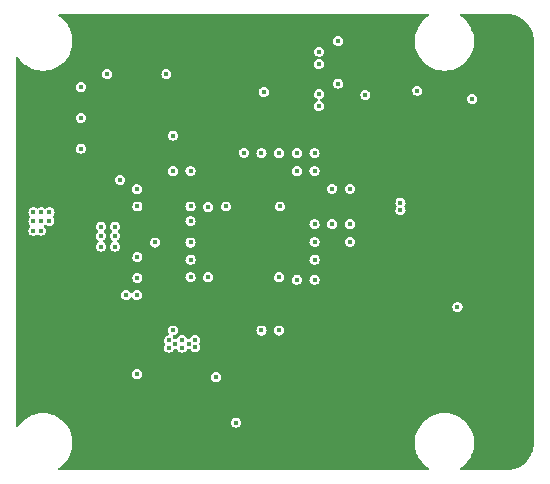
<source format=gbr>
G04 #@! TF.GenerationSoftware,KiCad,Pcbnew,(6.0.9)*
G04 #@! TF.CreationDate,2023-04-16T20:23:55-07:00*
G04 #@! TF.ProjectId,IMX585_MIPI_Breakout,494d5835-3835-45f4-9d49-50495f427265,rev?*
G04 #@! TF.SameCoordinates,Original*
G04 #@! TF.FileFunction,Copper,L2,Inr*
G04 #@! TF.FilePolarity,Positive*
%FSLAX46Y46*%
G04 Gerber Fmt 4.6, Leading zero omitted, Abs format (unit mm)*
G04 Created by KiCad (PCBNEW (6.0.9)) date 2023-04-16 20:23:55*
%MOMM*%
%LPD*%
G01*
G04 APERTURE LIST*
G04 #@! TA.AperFunction,ViaPad*
%ADD10C,0.450000*%
G04 #@! TD*
G04 APERTURE END LIST*
D10*
G04 #@! TO.N,GND*
X164520000Y-91000000D03*
X184400000Y-84500000D03*
X181150000Y-81400000D03*
X178250000Y-81400000D03*
X181050000Y-84800000D03*
X181350000Y-89200000D03*
X181300000Y-87650000D03*
X173750000Y-83200000D03*
X175200000Y-83200000D03*
X175250000Y-81550000D03*
X173700000Y-81500000D03*
X161450000Y-72850000D03*
X164450000Y-72800000D03*
X166450000Y-72850000D03*
X169450000Y-72850000D03*
X174500000Y-72850000D03*
X171450000Y-72850000D03*
X193350000Y-78800000D03*
X194400000Y-78800000D03*
X191350000Y-84500000D03*
X193500000Y-84550000D03*
X193500000Y-86150000D03*
X193500000Y-87650000D03*
X193500000Y-89150000D03*
X193500000Y-90650000D03*
X193500000Y-92150000D03*
X190650000Y-92300000D03*
X191300000Y-93650000D03*
X193500000Y-93550000D03*
X171500000Y-85450000D03*
X170000000Y-85450000D03*
X173000000Y-92900000D03*
X167000000Y-85400000D03*
X188800000Y-87650000D03*
X188800000Y-86150000D03*
X187350000Y-86050000D03*
G04 #@! TO.N,+1V8*
X164550000Y-94400000D03*
G04 #@! TO.N,+3V3*
X192600000Y-95400000D03*
X193850000Y-77800000D03*
G04 #@! TO.N,SDA_3V3*
X189200000Y-77100000D03*
X184800000Y-77450000D03*
G04 #@! TO.N,CAM_EN*
X173850000Y-105200000D03*
X172150000Y-101362500D03*
X165450000Y-101100000D03*
G04 #@! TO.N,GND*
X159400000Y-101000000D03*
X157750000Y-93150000D03*
X157750000Y-94100000D03*
X157850000Y-95050000D03*
X159200000Y-96250000D03*
X159200000Y-95500000D03*
X160200000Y-96250000D03*
X160200000Y-95500000D03*
X161100000Y-95850000D03*
X158350000Y-95800000D03*
X161650000Y-91750000D03*
X159150000Y-90400000D03*
X159150000Y-89700000D03*
X160100000Y-90400000D03*
X160100000Y-89700000D03*
X161100000Y-90000000D03*
X158450000Y-90050000D03*
X160000000Y-88500000D03*
X178100000Y-99000000D03*
X174450000Y-103600000D03*
X171350000Y-104550000D03*
X172700000Y-105400000D03*
X171800000Y-105400000D03*
X171200000Y-102400000D03*
X171300000Y-100350000D03*
X172600000Y-99550000D03*
X171800000Y-99550000D03*
G04 #@! TO.N,+1V1*
X169900000Y-98550000D03*
X168700000Y-98550000D03*
X168150000Y-98850000D03*
X168150000Y-98250000D03*
X169300000Y-98850000D03*
X169300000Y-98200000D03*
X170400000Y-98800000D03*
X170400000Y-98200000D03*
G04 #@! TO.N,+1V8*
X157350000Y-88950000D03*
X156700000Y-88950000D03*
X156700000Y-88150000D03*
X157350000Y-88150000D03*
X158050000Y-88150000D03*
X158050000Y-87400000D03*
X157350000Y-87400000D03*
X156700000Y-87400000D03*
G04 #@! TO.N,+3.3VA*
X162400000Y-90300000D03*
X162400000Y-89400000D03*
X163600000Y-89400000D03*
X163600000Y-90300000D03*
X163600000Y-88600000D03*
X162400000Y-88600000D03*
G04 #@! TO.N,GND*
X157700000Y-83100000D03*
X157700000Y-80500000D03*
X157700000Y-77800000D03*
G04 #@! TO.N,+1V8*
X182500000Y-72900000D03*
X180900000Y-73800000D03*
X180900000Y-77400000D03*
X182500000Y-76500000D03*
X160700000Y-82000000D03*
X160700000Y-79400000D03*
X160700000Y-76800000D03*
G04 #@! TO.N,Net-(C31-Pad2)*
X165500000Y-91200000D03*
G04 #@! TO.N,RST_1V8*
X168500000Y-83900000D03*
G04 #@! TO.N,XMASTER*
X164050000Y-84650000D03*
G04 #@! TO.N,ADDR0*
X168500000Y-80900000D03*
G04 #@! TO.N,ADDR1*
X170000000Y-83900000D03*
G04 #@! TO.N,XVS*
X162950000Y-75700000D03*
G04 #@! TO.N,XHS*
X167950000Y-75700000D03*
G04 #@! TO.N,SCL_1V8*
X180850000Y-74860000D03*
G04 #@! TO.N,SDA_1V8*
X180850000Y-78410000D03*
G04 #@! TO.N,GND*
X174500000Y-78600000D03*
X175200000Y-77200000D03*
X167700000Y-93650000D03*
G04 #@! TO.N,+1V8*
X165450000Y-94400000D03*
X176200000Y-77200000D03*
X176000000Y-82400000D03*
G04 #@! TO.N,+1V1*
X183500000Y-89900000D03*
G04 #@! TO.N,+1V8*
X180500000Y-93100000D03*
X165450000Y-85450000D03*
G04 #@! TO.N,Net-(C33-Pad2)*
X170000000Y-88150000D03*
G04 #@! TO.N,Net-(C34-Pad2)*
X173000000Y-86900000D03*
G04 #@! TO.N,GND*
X173000000Y-85400000D03*
X174500000Y-83900000D03*
X176000000Y-86900000D03*
X176000000Y-83900000D03*
X177500000Y-83900000D03*
X182000000Y-89900000D03*
X179000000Y-88400000D03*
X179000000Y-89900000D03*
X179000000Y-91450000D03*
X180550000Y-94450000D03*
X179000000Y-94450000D03*
X177500000Y-95900000D03*
X176000000Y-95900000D03*
X176000000Y-92900000D03*
X168500000Y-95900000D03*
X167000000Y-92950000D03*
X168500000Y-92950000D03*
X168500000Y-91400000D03*
X168500000Y-88400000D03*
X168550000Y-89400000D03*
X168550000Y-89950000D03*
X167000000Y-86900000D03*
G04 #@! TO.N,Net-(C35-Pad2)*
X171500000Y-86950000D03*
G04 #@! TO.N,+3.3VA*
X179000000Y-93100000D03*
X177500000Y-92900000D03*
X177550000Y-86900000D03*
X170000000Y-86900000D03*
X167000000Y-89950000D03*
X170000000Y-89950000D03*
X170000000Y-91400000D03*
X170000000Y-92900000D03*
X171500000Y-92900000D03*
G04 #@! TO.N,+1V1*
X180500000Y-91400000D03*
X180500000Y-89900000D03*
X180500000Y-88400000D03*
X177500000Y-82400000D03*
X165500000Y-86900000D03*
X165500000Y-92950000D03*
X177500000Y-97400000D03*
X176000000Y-97400000D03*
X168500000Y-97400000D03*
G04 #@! TO.N,CLOCK*
X174500000Y-82350000D03*
G04 #@! TO.N,CAM_D1_N*
X187771837Y-86575000D03*
G04 #@! TO.N,CAM_D1_P*
X187771837Y-87225000D03*
G04 #@! TO.N,CAM_D0_N*
X180500000Y-82400000D03*
G04 #@! TO.N,CAM_D0_P*
X180500000Y-83900000D03*
G04 #@! TO.N,CAM_D3_N*
X183500637Y-88387082D03*
G04 #@! TO.N,CAM_D3_P*
X182000637Y-88387082D03*
G04 #@! TO.N,CAM_CLK_P*
X182000000Y-85400000D03*
G04 #@! TO.N,CAM_CLK_N*
X183500000Y-85400000D03*
G04 #@! TO.N,CAM_D2_N*
X179000000Y-82400000D03*
G04 #@! TO.N,CAM_D2_P*
X179000000Y-83900000D03*
G04 #@! TD*
G04 #@! TA.AperFunction,Conductor*
G04 #@! TO.N,GND*
G36*
X190174242Y-70619407D02*
G01*
X190210206Y-70668907D01*
X190210206Y-70730093D01*
X190174242Y-70779593D01*
X190169099Y-70783088D01*
X190027337Y-70873053D01*
X190024948Y-70875029D01*
X190024943Y-70875033D01*
X189889056Y-70987449D01*
X189784906Y-71073610D01*
X189569522Y-71302970D01*
X189384584Y-71557516D01*
X189364672Y-71593735D01*
X189236849Y-71826244D01*
X189233006Y-71833234D01*
X189231863Y-71836121D01*
X189131225Y-72090305D01*
X189117181Y-72125775D01*
X189038934Y-72430527D01*
X188999500Y-72742682D01*
X188999500Y-73057318D01*
X189038934Y-73369473D01*
X189039706Y-73372479D01*
X189039706Y-73372480D01*
X189115294Y-73666874D01*
X189117181Y-73674225D01*
X189233006Y-73966766D01*
X189234499Y-73969482D01*
X189234502Y-73969488D01*
X189329904Y-74143022D01*
X189384584Y-74242484D01*
X189569522Y-74497030D01*
X189784906Y-74726390D01*
X189787301Y-74728371D01*
X190024943Y-74924967D01*
X190024948Y-74924971D01*
X190027337Y-74926947D01*
X190292993Y-75095537D01*
X190295793Y-75096854D01*
X190295801Y-75096859D01*
X190521410Y-75203022D01*
X190577685Y-75229503D01*
X190580646Y-75230465D01*
X190873971Y-75325773D01*
X190873979Y-75325775D01*
X190876921Y-75326731D01*
X191185985Y-75385688D01*
X191189088Y-75385883D01*
X191189094Y-75385884D01*
X191419883Y-75400404D01*
X191419899Y-75400405D01*
X191421417Y-75400500D01*
X191578583Y-75400500D01*
X191580101Y-75400405D01*
X191580117Y-75400404D01*
X191810906Y-75385884D01*
X191810912Y-75385883D01*
X191814015Y-75385688D01*
X192123079Y-75326731D01*
X192126021Y-75325775D01*
X192126029Y-75325773D01*
X192419354Y-75230465D01*
X192422315Y-75229503D01*
X192478590Y-75203022D01*
X192704199Y-75096859D01*
X192704207Y-75096854D01*
X192707007Y-75095537D01*
X192972663Y-74926947D01*
X192975052Y-74924971D01*
X192975057Y-74924967D01*
X193212699Y-74728371D01*
X193215094Y-74726390D01*
X193430478Y-74497030D01*
X193615416Y-74242484D01*
X193670096Y-74143022D01*
X193765498Y-73969488D01*
X193765501Y-73969482D01*
X193766994Y-73966766D01*
X193882819Y-73674225D01*
X193884707Y-73666874D01*
X193960294Y-73372480D01*
X193960294Y-73372479D01*
X193961066Y-73369473D01*
X194000500Y-73057318D01*
X194000500Y-72742682D01*
X193961066Y-72430527D01*
X193882819Y-72125775D01*
X193868776Y-72090305D01*
X193768137Y-71836121D01*
X193766994Y-71833234D01*
X193763152Y-71826244D01*
X193635328Y-71593735D01*
X193615416Y-71557516D01*
X193430478Y-71302970D01*
X193215094Y-71073610D01*
X193110944Y-70987449D01*
X192975057Y-70875033D01*
X192975052Y-70875029D01*
X192972663Y-70873053D01*
X192830902Y-70783089D01*
X192791901Y-70735944D01*
X192788059Y-70674880D01*
X192820844Y-70623219D01*
X192877733Y-70600695D01*
X192883949Y-70600500D01*
X196765983Y-70600500D01*
X196788169Y-70603018D01*
X196799641Y-70605656D01*
X196810517Y-70603195D01*
X196821664Y-70603214D01*
X196821664Y-70603243D01*
X196831772Y-70602422D01*
X196961986Y-70610298D01*
X197071204Y-70616905D01*
X197083056Y-70618344D01*
X197344422Y-70666241D01*
X197356015Y-70669098D01*
X197551755Y-70730093D01*
X197609695Y-70748148D01*
X197620873Y-70752387D01*
X197863170Y-70861436D01*
X197873756Y-70866992D01*
X198101142Y-71004452D01*
X198110980Y-71011243D01*
X198320132Y-71175103D01*
X198329081Y-71183030D01*
X198516970Y-71370919D01*
X198524897Y-71379868D01*
X198688757Y-71589020D01*
X198695548Y-71598858D01*
X198833008Y-71826244D01*
X198838564Y-71836830D01*
X198947613Y-72079127D01*
X198951852Y-72090305D01*
X199030900Y-72343977D01*
X199033759Y-72355578D01*
X199081656Y-72616944D01*
X199083095Y-72628796D01*
X199091913Y-72774569D01*
X199097547Y-72867712D01*
X199096724Y-72877628D01*
X199096862Y-72877628D01*
X199096842Y-72888776D01*
X199094344Y-72899641D01*
X199096804Y-72910513D01*
X199097059Y-72911638D01*
X199099500Y-72933488D01*
X199099500Y-106865983D01*
X199096982Y-106888169D01*
X199094344Y-106899641D01*
X199096805Y-106910517D01*
X199096786Y-106921664D01*
X199096757Y-106921664D01*
X199097578Y-106931772D01*
X199083096Y-107171197D01*
X199081656Y-107183056D01*
X199033761Y-107444415D01*
X199030900Y-107456023D01*
X198951852Y-107709695D01*
X198947613Y-107720873D01*
X198838564Y-107963170D01*
X198833008Y-107973756D01*
X198695548Y-108201142D01*
X198688757Y-108210980D01*
X198524897Y-108420132D01*
X198516970Y-108429081D01*
X198329081Y-108616970D01*
X198320132Y-108624897D01*
X198110980Y-108788757D01*
X198101142Y-108795548D01*
X197873756Y-108933008D01*
X197863170Y-108938564D01*
X197620873Y-109047613D01*
X197609695Y-109051852D01*
X197356015Y-109130902D01*
X197344422Y-109133759D01*
X197083056Y-109181656D01*
X197071204Y-109183095D01*
X196832288Y-109197547D01*
X196822372Y-109196724D01*
X196822372Y-109196862D01*
X196811224Y-109196842D01*
X196800359Y-109194344D01*
X196788359Y-109197059D01*
X196766512Y-109199500D01*
X192883949Y-109199500D01*
X192825758Y-109180593D01*
X192789794Y-109131093D01*
X192789794Y-109069907D01*
X192825758Y-109020407D01*
X192830902Y-109016911D01*
X192954357Y-108938564D01*
X192972663Y-108926947D01*
X192975052Y-108924971D01*
X192975057Y-108924967D01*
X193212699Y-108728371D01*
X193215094Y-108726390D01*
X193430478Y-108497030D01*
X193615416Y-108242484D01*
X193708289Y-108073549D01*
X193765498Y-107969488D01*
X193765501Y-107969482D01*
X193766994Y-107966766D01*
X193785806Y-107919253D01*
X193881675Y-107677115D01*
X193881676Y-107677112D01*
X193882819Y-107674225D01*
X193961066Y-107369473D01*
X194000500Y-107057318D01*
X194000500Y-106742682D01*
X193961066Y-106430527D01*
X193882819Y-106125775D01*
X193766994Y-105833234D01*
X193615416Y-105557516D01*
X193430478Y-105302970D01*
X193215094Y-105073610D01*
X193070171Y-104953719D01*
X192975057Y-104875033D01*
X192975052Y-104875029D01*
X192972663Y-104873053D01*
X192707007Y-104704463D01*
X192704207Y-104703146D01*
X192704199Y-104703141D01*
X192425135Y-104571824D01*
X192422315Y-104570497D01*
X192375617Y-104555324D01*
X192126029Y-104474227D01*
X192126021Y-104474225D01*
X192123079Y-104473269D01*
X191814015Y-104414312D01*
X191810912Y-104414117D01*
X191810906Y-104414116D01*
X191580117Y-104399596D01*
X191580101Y-104399595D01*
X191578583Y-104399500D01*
X191421417Y-104399500D01*
X191419899Y-104399595D01*
X191419883Y-104399596D01*
X191189094Y-104414116D01*
X191189088Y-104414117D01*
X191185985Y-104414312D01*
X190876921Y-104473269D01*
X190873979Y-104474225D01*
X190873971Y-104474227D01*
X190624383Y-104555324D01*
X190577685Y-104570497D01*
X190574865Y-104571824D01*
X190295801Y-104703141D01*
X190295793Y-104703146D01*
X190292993Y-104704463D01*
X190027337Y-104873053D01*
X190024948Y-104875029D01*
X190024943Y-104875033D01*
X189929829Y-104953719D01*
X189784906Y-105073610D01*
X189569522Y-105302970D01*
X189384584Y-105557516D01*
X189233006Y-105833234D01*
X189117181Y-106125775D01*
X189038934Y-106430527D01*
X188999500Y-106742682D01*
X188999500Y-107057318D01*
X189038934Y-107369473D01*
X189117181Y-107674225D01*
X189118324Y-107677112D01*
X189118325Y-107677115D01*
X189214194Y-107919253D01*
X189233006Y-107966766D01*
X189234499Y-107969482D01*
X189234502Y-107969488D01*
X189291711Y-108073549D01*
X189384584Y-108242484D01*
X189569522Y-108497030D01*
X189784906Y-108726390D01*
X189787301Y-108728371D01*
X190024943Y-108924967D01*
X190024948Y-108924971D01*
X190027337Y-108926947D01*
X190045643Y-108938564D01*
X190169098Y-109016911D01*
X190208099Y-109064056D01*
X190211941Y-109125120D01*
X190179156Y-109176781D01*
X190122267Y-109199305D01*
X190116051Y-109199500D01*
X158883949Y-109199500D01*
X158825758Y-109180593D01*
X158789794Y-109131093D01*
X158789794Y-109069907D01*
X158825758Y-109020407D01*
X158830902Y-109016911D01*
X158954357Y-108938564D01*
X158972663Y-108926947D01*
X158975052Y-108924971D01*
X158975057Y-108924967D01*
X159212699Y-108728371D01*
X159215094Y-108726390D01*
X159430478Y-108497030D01*
X159615416Y-108242484D01*
X159708289Y-108073549D01*
X159765498Y-107969488D01*
X159765501Y-107969482D01*
X159766994Y-107966766D01*
X159785806Y-107919253D01*
X159881675Y-107677115D01*
X159881676Y-107677112D01*
X159882819Y-107674225D01*
X159961066Y-107369473D01*
X160000500Y-107057318D01*
X160000500Y-106742682D01*
X159961066Y-106430527D01*
X159882819Y-106125775D01*
X159766994Y-105833234D01*
X159615416Y-105557516D01*
X159430478Y-105302970D01*
X159333782Y-105200000D01*
X173419196Y-105200000D01*
X173440281Y-105333126D01*
X173501472Y-105453220D01*
X173596780Y-105548528D01*
X173603717Y-105552063D01*
X173603719Y-105552064D01*
X173696302Y-105599237D01*
X173716874Y-105609719D01*
X173724568Y-105610938D01*
X173724569Y-105610938D01*
X173842304Y-105629585D01*
X173850000Y-105630804D01*
X173857696Y-105629585D01*
X173975431Y-105610938D01*
X173975432Y-105610938D01*
X173983126Y-105609719D01*
X174003698Y-105599237D01*
X174096281Y-105552064D01*
X174096283Y-105552063D01*
X174103220Y-105548528D01*
X174198528Y-105453220D01*
X174259719Y-105333126D01*
X174280804Y-105200000D01*
X174259719Y-105066874D01*
X174198528Y-104946780D01*
X174103220Y-104851472D01*
X174096283Y-104847937D01*
X174096281Y-104847936D01*
X173990066Y-104793817D01*
X173990065Y-104793817D01*
X173983126Y-104790281D01*
X173975432Y-104789062D01*
X173975431Y-104789062D01*
X173857696Y-104770415D01*
X173850000Y-104769196D01*
X173842304Y-104770415D01*
X173724569Y-104789062D01*
X173724568Y-104789062D01*
X173716874Y-104790281D01*
X173709935Y-104793817D01*
X173709934Y-104793817D01*
X173603719Y-104847936D01*
X173603717Y-104847937D01*
X173596780Y-104851472D01*
X173501472Y-104946780D01*
X173440281Y-105066874D01*
X173419196Y-105200000D01*
X159333782Y-105200000D01*
X159215094Y-105073610D01*
X159070171Y-104953719D01*
X158975057Y-104875033D01*
X158975052Y-104875029D01*
X158972663Y-104873053D01*
X158707007Y-104704463D01*
X158704207Y-104703146D01*
X158704199Y-104703141D01*
X158425135Y-104571824D01*
X158422315Y-104570497D01*
X158375617Y-104555324D01*
X158126029Y-104474227D01*
X158126021Y-104474225D01*
X158123079Y-104473269D01*
X157814015Y-104414312D01*
X157810912Y-104414117D01*
X157810906Y-104414116D01*
X157580117Y-104399596D01*
X157580101Y-104399595D01*
X157578583Y-104399500D01*
X157421417Y-104399500D01*
X157419899Y-104399595D01*
X157419883Y-104399596D01*
X157189094Y-104414116D01*
X157189088Y-104414117D01*
X157185985Y-104414312D01*
X156876921Y-104473269D01*
X156873979Y-104474225D01*
X156873971Y-104474227D01*
X156624383Y-104555324D01*
X156577685Y-104570497D01*
X156574865Y-104571824D01*
X156295801Y-104703141D01*
X156295793Y-104703146D01*
X156292993Y-104704463D01*
X156027337Y-104873053D01*
X156024948Y-104875029D01*
X156024943Y-104875033D01*
X155929829Y-104953719D01*
X155784906Y-105073610D01*
X155569522Y-105302970D01*
X155384584Y-105557516D01*
X155383089Y-105560236D01*
X155335947Y-105599237D01*
X155274882Y-105603080D01*
X155223221Y-105570297D01*
X155200696Y-105513409D01*
X155200500Y-105507190D01*
X155200500Y-101100000D01*
X165019196Y-101100000D01*
X165020415Y-101107696D01*
X165038588Y-101222434D01*
X165040281Y-101233126D01*
X165101472Y-101353220D01*
X165196780Y-101448528D01*
X165203717Y-101452063D01*
X165203719Y-101452064D01*
X165289215Y-101495626D01*
X165316874Y-101509719D01*
X165324568Y-101510938D01*
X165324569Y-101510938D01*
X165442304Y-101529585D01*
X165450000Y-101530804D01*
X165457696Y-101529585D01*
X165575431Y-101510938D01*
X165575432Y-101510938D01*
X165583126Y-101509719D01*
X165610785Y-101495626D01*
X165696281Y-101452064D01*
X165696283Y-101452063D01*
X165703220Y-101448528D01*
X165789248Y-101362500D01*
X171719196Y-101362500D01*
X171740281Y-101495626D01*
X171801472Y-101615720D01*
X171896780Y-101711028D01*
X171903717Y-101714563D01*
X171903719Y-101714564D01*
X172009934Y-101768683D01*
X172016874Y-101772219D01*
X172024568Y-101773438D01*
X172024569Y-101773438D01*
X172142304Y-101792085D01*
X172150000Y-101793304D01*
X172157696Y-101792085D01*
X172275431Y-101773438D01*
X172275432Y-101773438D01*
X172283126Y-101772219D01*
X172290066Y-101768683D01*
X172396281Y-101714564D01*
X172396283Y-101714563D01*
X172403220Y-101711028D01*
X172498528Y-101615720D01*
X172559719Y-101495626D01*
X172580804Y-101362500D01*
X172574947Y-101325522D01*
X172560938Y-101237069D01*
X172560938Y-101237068D01*
X172559719Y-101229374D01*
X172498528Y-101109280D01*
X172403220Y-101013972D01*
X172396283Y-101010437D01*
X172396281Y-101010436D01*
X172290066Y-100956317D01*
X172290065Y-100956317D01*
X172283126Y-100952781D01*
X172275432Y-100951562D01*
X172275431Y-100951562D01*
X172157696Y-100932915D01*
X172150000Y-100931696D01*
X172142304Y-100932915D01*
X172024569Y-100951562D01*
X172024568Y-100951562D01*
X172016874Y-100952781D01*
X172009935Y-100956317D01*
X172009934Y-100956317D01*
X171903719Y-101010436D01*
X171903717Y-101010437D01*
X171896780Y-101013972D01*
X171801472Y-101109280D01*
X171740281Y-101229374D01*
X171739062Y-101237068D01*
X171739062Y-101237069D01*
X171725053Y-101325522D01*
X171719196Y-101362500D01*
X165789248Y-101362500D01*
X165798528Y-101353220D01*
X165859719Y-101233126D01*
X165861413Y-101222434D01*
X165879585Y-101107696D01*
X165880804Y-101100000D01*
X165859719Y-100966874D01*
X165798528Y-100846780D01*
X165703220Y-100751472D01*
X165696283Y-100747937D01*
X165696281Y-100747936D01*
X165590066Y-100693817D01*
X165590065Y-100693817D01*
X165583126Y-100690281D01*
X165575432Y-100689062D01*
X165575431Y-100689062D01*
X165457696Y-100670415D01*
X165450000Y-100669196D01*
X165442304Y-100670415D01*
X165324569Y-100689062D01*
X165324568Y-100689062D01*
X165316874Y-100690281D01*
X165309935Y-100693817D01*
X165309934Y-100693817D01*
X165203719Y-100747936D01*
X165203717Y-100747937D01*
X165196780Y-100751472D01*
X165101472Y-100846780D01*
X165040281Y-100966874D01*
X165019196Y-101100000D01*
X155200500Y-101100000D01*
X155200500Y-98850000D01*
X167719196Y-98850000D01*
X167720415Y-98857696D01*
X167738467Y-98971670D01*
X167740281Y-98983126D01*
X167743817Y-98990065D01*
X167743817Y-98990066D01*
X167775996Y-99053220D01*
X167801472Y-99103220D01*
X167896780Y-99198528D01*
X167903717Y-99202063D01*
X167903719Y-99202064D01*
X167960125Y-99230804D01*
X168016874Y-99259719D01*
X168024568Y-99260938D01*
X168024569Y-99260938D01*
X168142304Y-99279585D01*
X168150000Y-99280804D01*
X168157696Y-99279585D01*
X168275431Y-99260938D01*
X168275432Y-99260938D01*
X168283126Y-99259719D01*
X168339875Y-99230804D01*
X168396281Y-99202064D01*
X168396283Y-99202063D01*
X168403220Y-99198528D01*
X168498528Y-99103220D01*
X168524005Y-99053220D01*
X168538635Y-99024506D01*
X168581900Y-98981241D01*
X168642331Y-98971670D01*
X168700000Y-98980804D01*
X168803936Y-98964342D01*
X168864367Y-98973913D01*
X168907631Y-99017177D01*
X168951472Y-99103220D01*
X169046780Y-99198528D01*
X169053717Y-99202063D01*
X169053719Y-99202064D01*
X169110125Y-99230804D01*
X169166874Y-99259719D01*
X169174568Y-99260938D01*
X169174569Y-99260938D01*
X169292304Y-99279585D01*
X169300000Y-99280804D01*
X169307696Y-99279585D01*
X169425431Y-99260938D01*
X169425432Y-99260938D01*
X169433126Y-99259719D01*
X169489875Y-99230804D01*
X169546281Y-99202064D01*
X169546283Y-99202063D01*
X169553220Y-99198528D01*
X169648528Y-99103220D01*
X169692369Y-99017177D01*
X169735632Y-98973914D01*
X169796064Y-98964342D01*
X169900000Y-98980804D01*
X169934976Y-98975264D01*
X169995407Y-98984835D01*
X170038673Y-99028101D01*
X170051472Y-99053220D01*
X170146780Y-99148528D01*
X170153717Y-99152063D01*
X170153719Y-99152064D01*
X170234104Y-99193022D01*
X170266874Y-99209719D01*
X170274568Y-99210938D01*
X170274569Y-99210938D01*
X170392304Y-99229585D01*
X170400000Y-99230804D01*
X170407696Y-99229585D01*
X170525431Y-99210938D01*
X170525432Y-99210938D01*
X170533126Y-99209719D01*
X170565896Y-99193022D01*
X170646281Y-99152064D01*
X170646283Y-99152063D01*
X170653220Y-99148528D01*
X170748528Y-99053220D01*
X170766893Y-99017178D01*
X170806183Y-98940066D01*
X170806183Y-98940065D01*
X170809719Y-98933126D01*
X170830804Y-98800000D01*
X170809719Y-98666874D01*
X170773320Y-98595436D01*
X170748528Y-98546780D01*
X170751167Y-98545436D01*
X170736405Y-98499993D01*
X170751166Y-98454564D01*
X170748528Y-98453220D01*
X170806183Y-98340066D01*
X170806183Y-98340065D01*
X170809719Y-98333126D01*
X170830804Y-98200000D01*
X170821603Y-98141907D01*
X170810938Y-98074569D01*
X170810938Y-98074568D01*
X170809719Y-98066874D01*
X170777540Y-98003719D01*
X170752064Y-97953719D01*
X170752063Y-97953717D01*
X170748528Y-97946780D01*
X170653220Y-97851472D01*
X170646283Y-97847937D01*
X170646281Y-97847936D01*
X170540066Y-97793817D01*
X170540065Y-97793817D01*
X170533126Y-97790281D01*
X170525432Y-97789062D01*
X170525431Y-97789062D01*
X170407696Y-97770415D01*
X170400000Y-97769196D01*
X170392304Y-97770415D01*
X170274569Y-97789062D01*
X170274568Y-97789062D01*
X170266874Y-97790281D01*
X170259935Y-97793817D01*
X170259934Y-97793817D01*
X170153719Y-97847936D01*
X170153717Y-97847937D01*
X170146780Y-97851472D01*
X170051472Y-97946780D01*
X170047937Y-97953717D01*
X170047936Y-97953719D01*
X169990543Y-98066360D01*
X169947278Y-98109625D01*
X169904465Y-98119903D01*
X169900000Y-98119196D01*
X169817494Y-98132264D01*
X169757063Y-98122693D01*
X169713799Y-98079429D01*
X169710413Y-98071254D01*
X169709719Y-98066874D01*
X169677540Y-98003719D01*
X169652064Y-97953719D01*
X169652063Y-97953717D01*
X169648528Y-97946780D01*
X169553220Y-97851472D01*
X169546283Y-97847937D01*
X169546281Y-97847936D01*
X169440066Y-97793817D01*
X169440065Y-97793817D01*
X169433126Y-97790281D01*
X169425432Y-97789062D01*
X169425431Y-97789062D01*
X169307696Y-97770415D01*
X169300000Y-97769196D01*
X169292304Y-97770415D01*
X169174569Y-97789062D01*
X169174568Y-97789062D01*
X169166874Y-97790281D01*
X169159935Y-97793817D01*
X169159934Y-97793817D01*
X169053719Y-97847936D01*
X169053717Y-97847937D01*
X169046780Y-97851472D01*
X168951472Y-97946780D01*
X168947937Y-97953717D01*
X168947936Y-97953719D01*
X168922460Y-98003719D01*
X168890281Y-98066874D01*
X168890125Y-98067858D01*
X168856183Y-98114576D01*
X168797992Y-98133483D01*
X168782513Y-98132265D01*
X168700000Y-98119196D01*
X168642331Y-98128330D01*
X168581900Y-98118759D01*
X168538635Y-98075494D01*
X168502064Y-98003719D01*
X168502063Y-98003717D01*
X168498528Y-97996780D01*
X168492837Y-97991089D01*
X168492718Y-97990856D01*
X168488439Y-97984966D01*
X168489372Y-97984288D01*
X168465060Y-97936572D01*
X168474631Y-97876140D01*
X168517896Y-97832875D01*
X168547354Y-97823304D01*
X168625431Y-97810938D01*
X168625432Y-97810938D01*
X168633126Y-97809719D01*
X168640066Y-97806183D01*
X168746281Y-97752064D01*
X168746283Y-97752063D01*
X168753220Y-97748528D01*
X168848528Y-97653220D01*
X168909719Y-97533126D01*
X168930804Y-97400000D01*
X175569196Y-97400000D01*
X175590281Y-97533126D01*
X175651472Y-97653220D01*
X175746780Y-97748528D01*
X175753717Y-97752063D01*
X175753719Y-97752064D01*
X175859934Y-97806183D01*
X175866874Y-97809719D01*
X175874568Y-97810938D01*
X175874569Y-97810938D01*
X175992304Y-97829585D01*
X176000000Y-97830804D01*
X176007696Y-97829585D01*
X176125431Y-97810938D01*
X176125432Y-97810938D01*
X176133126Y-97809719D01*
X176140066Y-97806183D01*
X176246281Y-97752064D01*
X176246283Y-97752063D01*
X176253220Y-97748528D01*
X176348528Y-97653220D01*
X176409719Y-97533126D01*
X176430804Y-97400000D01*
X177069196Y-97400000D01*
X177090281Y-97533126D01*
X177151472Y-97653220D01*
X177246780Y-97748528D01*
X177253717Y-97752063D01*
X177253719Y-97752064D01*
X177359934Y-97806183D01*
X177366874Y-97809719D01*
X177374568Y-97810938D01*
X177374569Y-97810938D01*
X177492304Y-97829585D01*
X177500000Y-97830804D01*
X177507696Y-97829585D01*
X177625431Y-97810938D01*
X177625432Y-97810938D01*
X177633126Y-97809719D01*
X177640066Y-97806183D01*
X177746281Y-97752064D01*
X177746283Y-97752063D01*
X177753220Y-97748528D01*
X177848528Y-97653220D01*
X177909719Y-97533126D01*
X177930804Y-97400000D01*
X177909719Y-97266874D01*
X177848528Y-97146780D01*
X177753220Y-97051472D01*
X177746283Y-97047937D01*
X177746281Y-97047936D01*
X177640066Y-96993817D01*
X177640065Y-96993817D01*
X177633126Y-96990281D01*
X177625432Y-96989062D01*
X177625431Y-96989062D01*
X177507696Y-96970415D01*
X177500000Y-96969196D01*
X177492304Y-96970415D01*
X177374569Y-96989062D01*
X177374568Y-96989062D01*
X177366874Y-96990281D01*
X177359935Y-96993817D01*
X177359934Y-96993817D01*
X177253719Y-97047936D01*
X177253717Y-97047937D01*
X177246780Y-97051472D01*
X177151472Y-97146780D01*
X177090281Y-97266874D01*
X177069196Y-97400000D01*
X176430804Y-97400000D01*
X176409719Y-97266874D01*
X176348528Y-97146780D01*
X176253220Y-97051472D01*
X176246283Y-97047937D01*
X176246281Y-97047936D01*
X176140066Y-96993817D01*
X176140065Y-96993817D01*
X176133126Y-96990281D01*
X176125432Y-96989062D01*
X176125431Y-96989062D01*
X176007696Y-96970415D01*
X176000000Y-96969196D01*
X175992304Y-96970415D01*
X175874569Y-96989062D01*
X175874568Y-96989062D01*
X175866874Y-96990281D01*
X175859935Y-96993817D01*
X175859934Y-96993817D01*
X175753719Y-97047936D01*
X175753717Y-97047937D01*
X175746780Y-97051472D01*
X175651472Y-97146780D01*
X175590281Y-97266874D01*
X175569196Y-97400000D01*
X168930804Y-97400000D01*
X168909719Y-97266874D01*
X168848528Y-97146780D01*
X168753220Y-97051472D01*
X168746283Y-97047937D01*
X168746281Y-97047936D01*
X168640066Y-96993817D01*
X168640065Y-96993817D01*
X168633126Y-96990281D01*
X168625432Y-96989062D01*
X168625431Y-96989062D01*
X168507696Y-96970415D01*
X168500000Y-96969196D01*
X168492304Y-96970415D01*
X168374569Y-96989062D01*
X168374568Y-96989062D01*
X168366874Y-96990281D01*
X168359935Y-96993817D01*
X168359934Y-96993817D01*
X168253719Y-97047936D01*
X168253717Y-97047937D01*
X168246780Y-97051472D01*
X168151472Y-97146780D01*
X168090281Y-97266874D01*
X168069196Y-97400000D01*
X168090281Y-97533126D01*
X168151472Y-97653220D01*
X168157163Y-97658911D01*
X168157282Y-97659144D01*
X168161561Y-97665034D01*
X168160628Y-97665712D01*
X168184940Y-97713428D01*
X168175369Y-97773860D01*
X168132104Y-97817125D01*
X168102646Y-97826696D01*
X168024569Y-97839062D01*
X168024568Y-97839062D01*
X168016874Y-97840281D01*
X168009935Y-97843817D01*
X168009934Y-97843817D01*
X167903719Y-97897936D01*
X167903717Y-97897937D01*
X167896780Y-97901472D01*
X167801472Y-97996780D01*
X167797937Y-98003717D01*
X167797936Y-98003719D01*
X167743817Y-98109934D01*
X167740281Y-98116874D01*
X167739062Y-98124568D01*
X167739062Y-98124569D01*
X167737843Y-98132264D01*
X167719196Y-98250000D01*
X167740281Y-98383126D01*
X167743817Y-98390065D01*
X167743817Y-98390066D01*
X167801472Y-98503220D01*
X167798833Y-98504564D01*
X167813595Y-98550007D01*
X167798834Y-98595436D01*
X167801472Y-98596780D01*
X167740281Y-98716874D01*
X167719196Y-98850000D01*
X155200500Y-98850000D01*
X155200500Y-95400000D01*
X192169196Y-95400000D01*
X192190281Y-95533126D01*
X192251472Y-95653220D01*
X192346780Y-95748528D01*
X192353717Y-95752063D01*
X192353719Y-95752064D01*
X192459934Y-95806183D01*
X192466874Y-95809719D01*
X192474568Y-95810938D01*
X192474569Y-95810938D01*
X192592304Y-95829585D01*
X192600000Y-95830804D01*
X192607696Y-95829585D01*
X192725431Y-95810938D01*
X192725432Y-95810938D01*
X192733126Y-95809719D01*
X192740066Y-95806183D01*
X192846281Y-95752064D01*
X192846283Y-95752063D01*
X192853220Y-95748528D01*
X192948528Y-95653220D01*
X193009719Y-95533126D01*
X193030804Y-95400000D01*
X193009719Y-95266874D01*
X192948528Y-95146780D01*
X192853220Y-95051472D01*
X192846283Y-95047937D01*
X192846281Y-95047936D01*
X192740066Y-94993817D01*
X192740065Y-94993817D01*
X192733126Y-94990281D01*
X192725432Y-94989062D01*
X192725431Y-94989062D01*
X192607696Y-94970415D01*
X192600000Y-94969196D01*
X192592304Y-94970415D01*
X192474569Y-94989062D01*
X192474568Y-94989062D01*
X192466874Y-94990281D01*
X192459935Y-94993817D01*
X192459934Y-94993817D01*
X192353719Y-95047936D01*
X192353717Y-95047937D01*
X192346780Y-95051472D01*
X192251472Y-95146780D01*
X192190281Y-95266874D01*
X192169196Y-95400000D01*
X155200500Y-95400000D01*
X155200500Y-94400000D01*
X164119196Y-94400000D01*
X164140281Y-94533126D01*
X164201472Y-94653220D01*
X164296780Y-94748528D01*
X164303717Y-94752063D01*
X164303719Y-94752064D01*
X164409934Y-94806183D01*
X164416874Y-94809719D01*
X164424568Y-94810938D01*
X164424569Y-94810938D01*
X164542304Y-94829585D01*
X164550000Y-94830804D01*
X164557696Y-94829585D01*
X164675431Y-94810938D01*
X164675432Y-94810938D01*
X164683126Y-94809719D01*
X164690066Y-94806183D01*
X164796281Y-94752064D01*
X164796283Y-94752063D01*
X164803220Y-94748528D01*
X164898528Y-94653220D01*
X164911790Y-94627192D01*
X164955055Y-94583927D01*
X165015487Y-94574356D01*
X165070004Y-94602134D01*
X165088210Y-94627192D01*
X165101472Y-94653220D01*
X165196780Y-94748528D01*
X165203717Y-94752063D01*
X165203719Y-94752064D01*
X165309934Y-94806183D01*
X165316874Y-94809719D01*
X165324568Y-94810938D01*
X165324569Y-94810938D01*
X165442304Y-94829585D01*
X165450000Y-94830804D01*
X165457696Y-94829585D01*
X165575431Y-94810938D01*
X165575432Y-94810938D01*
X165583126Y-94809719D01*
X165590066Y-94806183D01*
X165696281Y-94752064D01*
X165696283Y-94752063D01*
X165703220Y-94748528D01*
X165798528Y-94653220D01*
X165859719Y-94533126D01*
X165880804Y-94400000D01*
X165859719Y-94266874D01*
X165798528Y-94146780D01*
X165703220Y-94051472D01*
X165696283Y-94047937D01*
X165696281Y-94047936D01*
X165590066Y-93993817D01*
X165590065Y-93993817D01*
X165583126Y-93990281D01*
X165575432Y-93989062D01*
X165575431Y-93989062D01*
X165457696Y-93970415D01*
X165450000Y-93969196D01*
X165442304Y-93970415D01*
X165324569Y-93989062D01*
X165324568Y-93989062D01*
X165316874Y-93990281D01*
X165309935Y-93993817D01*
X165309934Y-93993817D01*
X165203719Y-94047936D01*
X165203717Y-94047937D01*
X165196780Y-94051472D01*
X165101472Y-94146780D01*
X165097937Y-94153717D01*
X165097936Y-94153719D01*
X165088210Y-94172808D01*
X165044945Y-94216073D01*
X164984513Y-94225644D01*
X164929996Y-94197866D01*
X164911790Y-94172808D01*
X164902064Y-94153719D01*
X164902063Y-94153717D01*
X164898528Y-94146780D01*
X164803220Y-94051472D01*
X164796283Y-94047937D01*
X164796281Y-94047936D01*
X164690066Y-93993817D01*
X164690065Y-93993817D01*
X164683126Y-93990281D01*
X164675432Y-93989062D01*
X164675431Y-93989062D01*
X164557696Y-93970415D01*
X164550000Y-93969196D01*
X164542304Y-93970415D01*
X164424569Y-93989062D01*
X164424568Y-93989062D01*
X164416874Y-93990281D01*
X164409935Y-93993817D01*
X164409934Y-93993817D01*
X164303719Y-94047936D01*
X164303717Y-94047937D01*
X164296780Y-94051472D01*
X164201472Y-94146780D01*
X164140281Y-94266874D01*
X164119196Y-94400000D01*
X155200500Y-94400000D01*
X155200500Y-92950000D01*
X165069196Y-92950000D01*
X165090281Y-93083126D01*
X165093817Y-93090065D01*
X165093817Y-93090066D01*
X165125996Y-93153220D01*
X165151472Y-93203220D01*
X165246780Y-93298528D01*
X165253717Y-93302063D01*
X165253719Y-93302064D01*
X165310125Y-93330804D01*
X165366874Y-93359719D01*
X165374568Y-93360938D01*
X165374569Y-93360938D01*
X165492304Y-93379585D01*
X165500000Y-93380804D01*
X165507696Y-93379585D01*
X165625431Y-93360938D01*
X165625432Y-93360938D01*
X165633126Y-93359719D01*
X165689875Y-93330804D01*
X165746281Y-93302064D01*
X165746283Y-93302063D01*
X165753220Y-93298528D01*
X165848528Y-93203220D01*
X165874005Y-93153220D01*
X165906183Y-93090066D01*
X165906183Y-93090065D01*
X165909719Y-93083126D01*
X165930804Y-92950000D01*
X165922885Y-92900000D01*
X169569196Y-92900000D01*
X169570415Y-92907696D01*
X169581007Y-92974569D01*
X169590281Y-93033126D01*
X169593817Y-93040065D01*
X169593817Y-93040066D01*
X169620434Y-93092304D01*
X169651472Y-93153220D01*
X169746780Y-93248528D01*
X169753717Y-93252063D01*
X169753719Y-93252064D01*
X169834104Y-93293022D01*
X169866874Y-93309719D01*
X169874568Y-93310938D01*
X169874569Y-93310938D01*
X169992304Y-93329585D01*
X170000000Y-93330804D01*
X170007696Y-93329585D01*
X170125431Y-93310938D01*
X170125432Y-93310938D01*
X170133126Y-93309719D01*
X170165896Y-93293022D01*
X170246281Y-93252064D01*
X170246283Y-93252063D01*
X170253220Y-93248528D01*
X170348528Y-93153220D01*
X170379567Y-93092304D01*
X170406183Y-93040066D01*
X170406183Y-93040065D01*
X170409719Y-93033126D01*
X170418994Y-92974569D01*
X170429585Y-92907696D01*
X170430804Y-92900000D01*
X171069196Y-92900000D01*
X171070415Y-92907696D01*
X171081007Y-92974569D01*
X171090281Y-93033126D01*
X171093817Y-93040065D01*
X171093817Y-93040066D01*
X171120434Y-93092304D01*
X171151472Y-93153220D01*
X171246780Y-93248528D01*
X171253717Y-93252063D01*
X171253719Y-93252064D01*
X171334104Y-93293022D01*
X171366874Y-93309719D01*
X171374568Y-93310938D01*
X171374569Y-93310938D01*
X171492304Y-93329585D01*
X171500000Y-93330804D01*
X171507696Y-93329585D01*
X171625431Y-93310938D01*
X171625432Y-93310938D01*
X171633126Y-93309719D01*
X171665896Y-93293022D01*
X171746281Y-93252064D01*
X171746283Y-93252063D01*
X171753220Y-93248528D01*
X171848528Y-93153220D01*
X171879567Y-93092304D01*
X171906183Y-93040066D01*
X171906183Y-93040065D01*
X171909719Y-93033126D01*
X171918994Y-92974569D01*
X171929585Y-92907696D01*
X171930804Y-92900000D01*
X177069196Y-92900000D01*
X177070415Y-92907696D01*
X177081007Y-92974569D01*
X177090281Y-93033126D01*
X177093817Y-93040065D01*
X177093817Y-93040066D01*
X177120434Y-93092304D01*
X177151472Y-93153220D01*
X177246780Y-93248528D01*
X177253717Y-93252063D01*
X177253719Y-93252064D01*
X177334104Y-93293022D01*
X177366874Y-93309719D01*
X177374568Y-93310938D01*
X177374569Y-93310938D01*
X177492304Y-93329585D01*
X177500000Y-93330804D01*
X177507696Y-93329585D01*
X177625431Y-93310938D01*
X177625432Y-93310938D01*
X177633126Y-93309719D01*
X177665896Y-93293022D01*
X177746281Y-93252064D01*
X177746283Y-93252063D01*
X177753220Y-93248528D01*
X177848528Y-93153220D01*
X177875646Y-93100000D01*
X178569196Y-93100000D01*
X178590281Y-93233126D01*
X178593817Y-93240065D01*
X178593817Y-93240066D01*
X178625407Y-93302064D01*
X178651472Y-93353220D01*
X178746780Y-93448528D01*
X178753717Y-93452063D01*
X178753719Y-93452064D01*
X178859934Y-93506183D01*
X178866874Y-93509719D01*
X178874568Y-93510938D01*
X178874569Y-93510938D01*
X178992304Y-93529585D01*
X179000000Y-93530804D01*
X179007696Y-93529585D01*
X179125431Y-93510938D01*
X179125432Y-93510938D01*
X179133126Y-93509719D01*
X179140066Y-93506183D01*
X179246281Y-93452064D01*
X179246283Y-93452063D01*
X179253220Y-93448528D01*
X179348528Y-93353220D01*
X179374594Y-93302064D01*
X179406183Y-93240066D01*
X179406183Y-93240065D01*
X179409719Y-93233126D01*
X179430804Y-93100000D01*
X180069196Y-93100000D01*
X180090281Y-93233126D01*
X180093817Y-93240065D01*
X180093817Y-93240066D01*
X180125407Y-93302064D01*
X180151472Y-93353220D01*
X180246780Y-93448528D01*
X180253717Y-93452063D01*
X180253719Y-93452064D01*
X180359934Y-93506183D01*
X180366874Y-93509719D01*
X180374568Y-93510938D01*
X180374569Y-93510938D01*
X180492304Y-93529585D01*
X180500000Y-93530804D01*
X180507696Y-93529585D01*
X180625431Y-93510938D01*
X180625432Y-93510938D01*
X180633126Y-93509719D01*
X180640066Y-93506183D01*
X180746281Y-93452064D01*
X180746283Y-93452063D01*
X180753220Y-93448528D01*
X180848528Y-93353220D01*
X180874594Y-93302064D01*
X180906183Y-93240066D01*
X180906183Y-93240065D01*
X180909719Y-93233126D01*
X180930804Y-93100000D01*
X180920212Y-93033126D01*
X180910938Y-92974569D01*
X180910938Y-92974568D01*
X180909719Y-92966874D01*
X180897200Y-92942304D01*
X180852064Y-92853719D01*
X180852063Y-92853717D01*
X180848528Y-92846780D01*
X180753220Y-92751472D01*
X180746283Y-92747937D01*
X180746281Y-92747936D01*
X180640066Y-92693817D01*
X180640065Y-92693817D01*
X180633126Y-92690281D01*
X180625432Y-92689062D01*
X180625431Y-92689062D01*
X180507696Y-92670415D01*
X180500000Y-92669196D01*
X180492304Y-92670415D01*
X180374569Y-92689062D01*
X180374568Y-92689062D01*
X180366874Y-92690281D01*
X180359935Y-92693817D01*
X180359934Y-92693817D01*
X180253719Y-92747936D01*
X180253717Y-92747937D01*
X180246780Y-92751472D01*
X180151472Y-92846780D01*
X180147937Y-92853717D01*
X180147936Y-92853719D01*
X180102800Y-92942304D01*
X180090281Y-92966874D01*
X180089062Y-92974568D01*
X180089062Y-92974569D01*
X180079788Y-93033126D01*
X180069196Y-93100000D01*
X179430804Y-93100000D01*
X179420212Y-93033126D01*
X179410938Y-92974569D01*
X179410938Y-92974568D01*
X179409719Y-92966874D01*
X179397200Y-92942304D01*
X179352064Y-92853719D01*
X179352063Y-92853717D01*
X179348528Y-92846780D01*
X179253220Y-92751472D01*
X179246283Y-92747937D01*
X179246281Y-92747936D01*
X179140066Y-92693817D01*
X179140065Y-92693817D01*
X179133126Y-92690281D01*
X179125432Y-92689062D01*
X179125431Y-92689062D01*
X179007696Y-92670415D01*
X179000000Y-92669196D01*
X178992304Y-92670415D01*
X178874569Y-92689062D01*
X178874568Y-92689062D01*
X178866874Y-92690281D01*
X178859935Y-92693817D01*
X178859934Y-92693817D01*
X178753719Y-92747936D01*
X178753717Y-92747937D01*
X178746780Y-92751472D01*
X178651472Y-92846780D01*
X178647937Y-92853717D01*
X178647936Y-92853719D01*
X178602800Y-92942304D01*
X178590281Y-92966874D01*
X178589062Y-92974568D01*
X178589062Y-92974569D01*
X178579788Y-93033126D01*
X178569196Y-93100000D01*
X177875646Y-93100000D01*
X177879567Y-93092304D01*
X177906183Y-93040066D01*
X177906183Y-93040065D01*
X177909719Y-93033126D01*
X177918994Y-92974569D01*
X177929585Y-92907696D01*
X177930804Y-92900000D01*
X177909719Y-92766874D01*
X177877540Y-92703719D01*
X177852064Y-92653719D01*
X177852063Y-92653717D01*
X177848528Y-92646780D01*
X177753220Y-92551472D01*
X177746283Y-92547937D01*
X177746281Y-92547936D01*
X177640066Y-92493817D01*
X177640065Y-92493817D01*
X177633126Y-92490281D01*
X177625432Y-92489062D01*
X177625431Y-92489062D01*
X177507696Y-92470415D01*
X177500000Y-92469196D01*
X177492304Y-92470415D01*
X177374569Y-92489062D01*
X177374568Y-92489062D01*
X177366874Y-92490281D01*
X177359935Y-92493817D01*
X177359934Y-92493817D01*
X177253719Y-92547936D01*
X177253717Y-92547937D01*
X177246780Y-92551472D01*
X177151472Y-92646780D01*
X177147937Y-92653717D01*
X177147936Y-92653719D01*
X177122460Y-92703719D01*
X177090281Y-92766874D01*
X177069196Y-92900000D01*
X171930804Y-92900000D01*
X171909719Y-92766874D01*
X171877540Y-92703719D01*
X171852064Y-92653719D01*
X171852063Y-92653717D01*
X171848528Y-92646780D01*
X171753220Y-92551472D01*
X171746283Y-92547937D01*
X171746281Y-92547936D01*
X171640066Y-92493817D01*
X171640065Y-92493817D01*
X171633126Y-92490281D01*
X171625432Y-92489062D01*
X171625431Y-92489062D01*
X171507696Y-92470415D01*
X171500000Y-92469196D01*
X171492304Y-92470415D01*
X171374569Y-92489062D01*
X171374568Y-92489062D01*
X171366874Y-92490281D01*
X171359935Y-92493817D01*
X171359934Y-92493817D01*
X171253719Y-92547936D01*
X171253717Y-92547937D01*
X171246780Y-92551472D01*
X171151472Y-92646780D01*
X171147937Y-92653717D01*
X171147936Y-92653719D01*
X171122460Y-92703719D01*
X171090281Y-92766874D01*
X171069196Y-92900000D01*
X170430804Y-92900000D01*
X170409719Y-92766874D01*
X170377540Y-92703719D01*
X170352064Y-92653719D01*
X170352063Y-92653717D01*
X170348528Y-92646780D01*
X170253220Y-92551472D01*
X170246283Y-92547937D01*
X170246281Y-92547936D01*
X170140066Y-92493817D01*
X170140065Y-92493817D01*
X170133126Y-92490281D01*
X170125432Y-92489062D01*
X170125431Y-92489062D01*
X170007696Y-92470415D01*
X170000000Y-92469196D01*
X169992304Y-92470415D01*
X169874569Y-92489062D01*
X169874568Y-92489062D01*
X169866874Y-92490281D01*
X169859935Y-92493817D01*
X169859934Y-92493817D01*
X169753719Y-92547936D01*
X169753717Y-92547937D01*
X169746780Y-92551472D01*
X169651472Y-92646780D01*
X169647937Y-92653717D01*
X169647936Y-92653719D01*
X169622460Y-92703719D01*
X169590281Y-92766874D01*
X169569196Y-92900000D01*
X165922885Y-92900000D01*
X165909719Y-92816874D01*
X165880707Y-92759934D01*
X165852064Y-92703719D01*
X165852063Y-92703717D01*
X165848528Y-92696780D01*
X165753220Y-92601472D01*
X165746283Y-92597937D01*
X165746281Y-92597936D01*
X165640066Y-92543817D01*
X165640065Y-92543817D01*
X165633126Y-92540281D01*
X165625432Y-92539062D01*
X165625431Y-92539062D01*
X165507696Y-92520415D01*
X165500000Y-92519196D01*
X165492304Y-92520415D01*
X165374569Y-92539062D01*
X165374568Y-92539062D01*
X165366874Y-92540281D01*
X165359935Y-92543817D01*
X165359934Y-92543817D01*
X165253719Y-92597936D01*
X165253717Y-92597937D01*
X165246780Y-92601472D01*
X165151472Y-92696780D01*
X165147937Y-92703717D01*
X165147936Y-92703719D01*
X165119293Y-92759934D01*
X165090281Y-92816874D01*
X165069196Y-92950000D01*
X155200500Y-92950000D01*
X155200500Y-91200000D01*
X165069196Y-91200000D01*
X165070415Y-91207696D01*
X165081007Y-91274569D01*
X165090281Y-91333126D01*
X165093817Y-91340065D01*
X165093817Y-91340066D01*
X165120434Y-91392304D01*
X165151472Y-91453220D01*
X165246780Y-91548528D01*
X165253717Y-91552063D01*
X165253719Y-91552064D01*
X165359934Y-91606183D01*
X165366874Y-91609719D01*
X165374568Y-91610938D01*
X165374569Y-91610938D01*
X165492304Y-91629585D01*
X165500000Y-91630804D01*
X165507696Y-91629585D01*
X165625431Y-91610938D01*
X165625432Y-91610938D01*
X165633126Y-91609719D01*
X165640066Y-91606183D01*
X165746281Y-91552064D01*
X165746283Y-91552063D01*
X165753220Y-91548528D01*
X165848528Y-91453220D01*
X165875646Y-91400000D01*
X169569196Y-91400000D01*
X169590281Y-91533126D01*
X169651472Y-91653220D01*
X169746780Y-91748528D01*
X169753717Y-91752063D01*
X169753719Y-91752064D01*
X169859934Y-91806183D01*
X169866874Y-91809719D01*
X169874568Y-91810938D01*
X169874569Y-91810938D01*
X169992304Y-91829585D01*
X170000000Y-91830804D01*
X170007696Y-91829585D01*
X170125431Y-91810938D01*
X170125432Y-91810938D01*
X170133126Y-91809719D01*
X170140066Y-91806183D01*
X170246281Y-91752064D01*
X170246283Y-91752063D01*
X170253220Y-91748528D01*
X170348528Y-91653220D01*
X170409719Y-91533126D01*
X170430804Y-91400000D01*
X180069196Y-91400000D01*
X180090281Y-91533126D01*
X180151472Y-91653220D01*
X180246780Y-91748528D01*
X180253717Y-91752063D01*
X180253719Y-91752064D01*
X180359934Y-91806183D01*
X180366874Y-91809719D01*
X180374568Y-91810938D01*
X180374569Y-91810938D01*
X180492304Y-91829585D01*
X180500000Y-91830804D01*
X180507696Y-91829585D01*
X180625431Y-91810938D01*
X180625432Y-91810938D01*
X180633126Y-91809719D01*
X180640066Y-91806183D01*
X180746281Y-91752064D01*
X180746283Y-91752063D01*
X180753220Y-91748528D01*
X180848528Y-91653220D01*
X180909719Y-91533126D01*
X180930804Y-91400000D01*
X180920212Y-91333126D01*
X180910938Y-91274569D01*
X180910938Y-91274568D01*
X180909719Y-91266874D01*
X180906183Y-91259934D01*
X180852064Y-91153719D01*
X180852063Y-91153717D01*
X180848528Y-91146780D01*
X180753220Y-91051472D01*
X180746283Y-91047937D01*
X180746281Y-91047936D01*
X180640066Y-90993817D01*
X180640065Y-90993817D01*
X180633126Y-90990281D01*
X180625432Y-90989062D01*
X180625431Y-90989062D01*
X180507696Y-90970415D01*
X180500000Y-90969196D01*
X180492304Y-90970415D01*
X180374569Y-90989062D01*
X180374568Y-90989062D01*
X180366874Y-90990281D01*
X180359935Y-90993817D01*
X180359934Y-90993817D01*
X180253719Y-91047936D01*
X180253717Y-91047937D01*
X180246780Y-91051472D01*
X180151472Y-91146780D01*
X180147937Y-91153717D01*
X180147936Y-91153719D01*
X180093817Y-91259934D01*
X180090281Y-91266874D01*
X180089062Y-91274568D01*
X180089062Y-91274569D01*
X180079788Y-91333126D01*
X180069196Y-91400000D01*
X170430804Y-91400000D01*
X170420212Y-91333126D01*
X170410938Y-91274569D01*
X170410938Y-91274568D01*
X170409719Y-91266874D01*
X170406183Y-91259934D01*
X170352064Y-91153719D01*
X170352063Y-91153717D01*
X170348528Y-91146780D01*
X170253220Y-91051472D01*
X170246283Y-91047937D01*
X170246281Y-91047936D01*
X170140066Y-90993817D01*
X170140065Y-90993817D01*
X170133126Y-90990281D01*
X170125432Y-90989062D01*
X170125431Y-90989062D01*
X170007696Y-90970415D01*
X170000000Y-90969196D01*
X169992304Y-90970415D01*
X169874569Y-90989062D01*
X169874568Y-90989062D01*
X169866874Y-90990281D01*
X169859935Y-90993817D01*
X169859934Y-90993817D01*
X169753719Y-91047936D01*
X169753717Y-91047937D01*
X169746780Y-91051472D01*
X169651472Y-91146780D01*
X169647937Y-91153717D01*
X169647936Y-91153719D01*
X169593817Y-91259934D01*
X169590281Y-91266874D01*
X169589062Y-91274568D01*
X169589062Y-91274569D01*
X169579788Y-91333126D01*
X169569196Y-91400000D01*
X165875646Y-91400000D01*
X165879567Y-91392304D01*
X165906183Y-91340066D01*
X165906183Y-91340065D01*
X165909719Y-91333126D01*
X165918994Y-91274569D01*
X165929585Y-91207696D01*
X165930804Y-91200000D01*
X165909719Y-91066874D01*
X165848528Y-90946780D01*
X165753220Y-90851472D01*
X165746283Y-90847937D01*
X165746281Y-90847936D01*
X165640066Y-90793817D01*
X165640065Y-90793817D01*
X165633126Y-90790281D01*
X165625432Y-90789062D01*
X165625431Y-90789062D01*
X165507696Y-90770415D01*
X165500000Y-90769196D01*
X165492304Y-90770415D01*
X165374569Y-90789062D01*
X165374568Y-90789062D01*
X165366874Y-90790281D01*
X165359935Y-90793817D01*
X165359934Y-90793817D01*
X165253719Y-90847936D01*
X165253717Y-90847937D01*
X165246780Y-90851472D01*
X165151472Y-90946780D01*
X165090281Y-91066874D01*
X165069196Y-91200000D01*
X155200500Y-91200000D01*
X155200500Y-90300000D01*
X161969196Y-90300000D01*
X161970415Y-90307696D01*
X161978655Y-90359719D01*
X161990281Y-90433126D01*
X162051472Y-90553220D01*
X162146780Y-90648528D01*
X162153717Y-90652063D01*
X162153719Y-90652064D01*
X162259934Y-90706183D01*
X162266874Y-90709719D01*
X162274568Y-90710938D01*
X162274569Y-90710938D01*
X162392304Y-90729585D01*
X162400000Y-90730804D01*
X162407696Y-90729585D01*
X162525431Y-90710938D01*
X162525432Y-90710938D01*
X162533126Y-90709719D01*
X162540066Y-90706183D01*
X162646281Y-90652064D01*
X162646283Y-90652063D01*
X162653220Y-90648528D01*
X162748528Y-90553220D01*
X162809719Y-90433126D01*
X162821346Y-90359719D01*
X162829585Y-90307696D01*
X162830804Y-90300000D01*
X163169196Y-90300000D01*
X163170415Y-90307696D01*
X163178655Y-90359719D01*
X163190281Y-90433126D01*
X163251472Y-90553220D01*
X163346780Y-90648528D01*
X163353717Y-90652063D01*
X163353719Y-90652064D01*
X163459934Y-90706183D01*
X163466874Y-90709719D01*
X163474568Y-90710938D01*
X163474569Y-90710938D01*
X163592304Y-90729585D01*
X163600000Y-90730804D01*
X163607696Y-90729585D01*
X163725431Y-90710938D01*
X163725432Y-90710938D01*
X163733126Y-90709719D01*
X163740066Y-90706183D01*
X163846281Y-90652064D01*
X163846283Y-90652063D01*
X163853220Y-90648528D01*
X163948528Y-90553220D01*
X164009719Y-90433126D01*
X164021346Y-90359719D01*
X164029585Y-90307696D01*
X164030804Y-90300000D01*
X164009719Y-90166874D01*
X163999226Y-90146281D01*
X163952064Y-90053719D01*
X163952063Y-90053717D01*
X163948528Y-90046780D01*
X163853220Y-89951472D01*
X163850331Y-89950000D01*
X166569196Y-89950000D01*
X166590281Y-90083126D01*
X166593817Y-90090065D01*
X166593817Y-90090066D01*
X166636874Y-90174569D01*
X166651472Y-90203220D01*
X166746780Y-90298528D01*
X166753717Y-90302063D01*
X166753719Y-90302064D01*
X166810125Y-90330804D01*
X166866874Y-90359719D01*
X166874568Y-90360938D01*
X166874569Y-90360938D01*
X166992304Y-90379585D01*
X167000000Y-90380804D01*
X167007696Y-90379585D01*
X167125431Y-90360938D01*
X167125432Y-90360938D01*
X167133126Y-90359719D01*
X167189875Y-90330804D01*
X167246281Y-90302064D01*
X167246283Y-90302063D01*
X167253220Y-90298528D01*
X167348528Y-90203220D01*
X167363127Y-90174569D01*
X167406183Y-90090066D01*
X167406183Y-90090065D01*
X167409719Y-90083126D01*
X167430804Y-89950000D01*
X169569196Y-89950000D01*
X169590281Y-90083126D01*
X169593817Y-90090065D01*
X169593817Y-90090066D01*
X169636874Y-90174569D01*
X169651472Y-90203220D01*
X169746780Y-90298528D01*
X169753717Y-90302063D01*
X169753719Y-90302064D01*
X169810125Y-90330804D01*
X169866874Y-90359719D01*
X169874568Y-90360938D01*
X169874569Y-90360938D01*
X169992304Y-90379585D01*
X170000000Y-90380804D01*
X170007696Y-90379585D01*
X170125431Y-90360938D01*
X170125432Y-90360938D01*
X170133126Y-90359719D01*
X170189875Y-90330804D01*
X170246281Y-90302064D01*
X170246283Y-90302063D01*
X170253220Y-90298528D01*
X170348528Y-90203220D01*
X170363127Y-90174569D01*
X170406183Y-90090066D01*
X170406183Y-90090065D01*
X170409719Y-90083126D01*
X170430804Y-89950000D01*
X170422885Y-89900000D01*
X180069196Y-89900000D01*
X180090281Y-90033126D01*
X180151472Y-90153220D01*
X180246780Y-90248528D01*
X180253717Y-90252063D01*
X180253719Y-90252064D01*
X180332695Y-90292304D01*
X180366874Y-90309719D01*
X180374568Y-90310938D01*
X180374569Y-90310938D01*
X180492304Y-90329585D01*
X180500000Y-90330804D01*
X180507696Y-90329585D01*
X180625431Y-90310938D01*
X180625432Y-90310938D01*
X180633126Y-90309719D01*
X180667305Y-90292304D01*
X180746281Y-90252064D01*
X180746283Y-90252063D01*
X180753220Y-90248528D01*
X180848528Y-90153220D01*
X180909719Y-90033126D01*
X180930804Y-89900000D01*
X183069196Y-89900000D01*
X183090281Y-90033126D01*
X183151472Y-90153220D01*
X183246780Y-90248528D01*
X183253717Y-90252063D01*
X183253719Y-90252064D01*
X183332695Y-90292304D01*
X183366874Y-90309719D01*
X183374568Y-90310938D01*
X183374569Y-90310938D01*
X183492304Y-90329585D01*
X183500000Y-90330804D01*
X183507696Y-90329585D01*
X183625431Y-90310938D01*
X183625432Y-90310938D01*
X183633126Y-90309719D01*
X183667305Y-90292304D01*
X183746281Y-90252064D01*
X183746283Y-90252063D01*
X183753220Y-90248528D01*
X183848528Y-90153220D01*
X183909719Y-90033126D01*
X183930804Y-89900000D01*
X183920432Y-89834513D01*
X183910938Y-89774569D01*
X183910938Y-89774568D01*
X183909719Y-89766874D01*
X183877540Y-89703719D01*
X183852064Y-89653719D01*
X183852063Y-89653717D01*
X183848528Y-89646780D01*
X183753220Y-89551472D01*
X183746283Y-89547937D01*
X183746281Y-89547936D01*
X183640066Y-89493817D01*
X183640065Y-89493817D01*
X183633126Y-89490281D01*
X183625432Y-89489062D01*
X183625431Y-89489062D01*
X183507696Y-89470415D01*
X183500000Y-89469196D01*
X183492304Y-89470415D01*
X183374569Y-89489062D01*
X183374568Y-89489062D01*
X183366874Y-89490281D01*
X183359935Y-89493817D01*
X183359934Y-89493817D01*
X183253719Y-89547936D01*
X183253717Y-89547937D01*
X183246780Y-89551472D01*
X183151472Y-89646780D01*
X183147937Y-89653717D01*
X183147936Y-89653719D01*
X183122460Y-89703719D01*
X183090281Y-89766874D01*
X183089062Y-89774568D01*
X183089062Y-89774569D01*
X183079568Y-89834513D01*
X183069196Y-89900000D01*
X180930804Y-89900000D01*
X180920432Y-89834513D01*
X180910938Y-89774569D01*
X180910938Y-89774568D01*
X180909719Y-89766874D01*
X180877540Y-89703719D01*
X180852064Y-89653719D01*
X180852063Y-89653717D01*
X180848528Y-89646780D01*
X180753220Y-89551472D01*
X180746283Y-89547937D01*
X180746281Y-89547936D01*
X180640066Y-89493817D01*
X180640065Y-89493817D01*
X180633126Y-89490281D01*
X180625432Y-89489062D01*
X180625431Y-89489062D01*
X180507696Y-89470415D01*
X180500000Y-89469196D01*
X180492304Y-89470415D01*
X180374569Y-89489062D01*
X180374568Y-89489062D01*
X180366874Y-89490281D01*
X180359935Y-89493817D01*
X180359934Y-89493817D01*
X180253719Y-89547936D01*
X180253717Y-89547937D01*
X180246780Y-89551472D01*
X180151472Y-89646780D01*
X180147937Y-89653717D01*
X180147936Y-89653719D01*
X180122460Y-89703719D01*
X180090281Y-89766874D01*
X180089062Y-89774568D01*
X180089062Y-89774569D01*
X180079568Y-89834513D01*
X180069196Y-89900000D01*
X170422885Y-89900000D01*
X170421666Y-89892304D01*
X170410938Y-89824569D01*
X170410938Y-89824568D01*
X170409719Y-89816874D01*
X170384243Y-89766874D01*
X170352064Y-89703719D01*
X170352063Y-89703717D01*
X170348528Y-89696780D01*
X170253220Y-89601472D01*
X170246283Y-89597937D01*
X170246281Y-89597936D01*
X170140066Y-89543817D01*
X170140065Y-89543817D01*
X170133126Y-89540281D01*
X170125432Y-89539062D01*
X170125431Y-89539062D01*
X170007696Y-89520415D01*
X170000000Y-89519196D01*
X169992304Y-89520415D01*
X169874569Y-89539062D01*
X169874568Y-89539062D01*
X169866874Y-89540281D01*
X169859935Y-89543817D01*
X169859934Y-89543817D01*
X169753719Y-89597936D01*
X169753717Y-89597937D01*
X169746780Y-89601472D01*
X169651472Y-89696780D01*
X169647937Y-89703717D01*
X169647936Y-89703719D01*
X169615757Y-89766874D01*
X169590281Y-89816874D01*
X169589062Y-89824568D01*
X169589062Y-89824569D01*
X169578334Y-89892304D01*
X169569196Y-89950000D01*
X167430804Y-89950000D01*
X167421666Y-89892304D01*
X167410938Y-89824569D01*
X167410938Y-89824568D01*
X167409719Y-89816874D01*
X167384243Y-89766874D01*
X167352064Y-89703719D01*
X167352063Y-89703717D01*
X167348528Y-89696780D01*
X167253220Y-89601472D01*
X167246283Y-89597937D01*
X167246281Y-89597936D01*
X167140066Y-89543817D01*
X167140065Y-89543817D01*
X167133126Y-89540281D01*
X167125432Y-89539062D01*
X167125431Y-89539062D01*
X167007696Y-89520415D01*
X167000000Y-89519196D01*
X166992304Y-89520415D01*
X166874569Y-89539062D01*
X166874568Y-89539062D01*
X166866874Y-89540281D01*
X166859935Y-89543817D01*
X166859934Y-89543817D01*
X166753719Y-89597936D01*
X166753717Y-89597937D01*
X166746780Y-89601472D01*
X166651472Y-89696780D01*
X166647937Y-89703717D01*
X166647936Y-89703719D01*
X166615757Y-89766874D01*
X166590281Y-89816874D01*
X166589062Y-89824568D01*
X166589062Y-89824569D01*
X166578334Y-89892304D01*
X166569196Y-89950000D01*
X163850331Y-89950000D01*
X163846283Y-89947937D01*
X163846281Y-89947936D01*
X163827192Y-89938210D01*
X163783927Y-89894945D01*
X163774356Y-89834513D01*
X163802134Y-89779996D01*
X163827192Y-89761790D01*
X163846281Y-89752064D01*
X163846283Y-89752063D01*
X163853220Y-89748528D01*
X163948528Y-89653220D01*
X163972090Y-89606978D01*
X164006183Y-89540066D01*
X164006183Y-89540065D01*
X164009719Y-89533126D01*
X164011926Y-89519196D01*
X164029585Y-89407696D01*
X164030804Y-89400000D01*
X164015293Y-89302064D01*
X164010938Y-89274569D01*
X164010938Y-89274568D01*
X164009719Y-89266874D01*
X163948528Y-89146780D01*
X163871752Y-89070004D01*
X163843975Y-89015487D01*
X163853546Y-88955055D01*
X163871752Y-88929996D01*
X163948528Y-88853220D01*
X163963127Y-88824569D01*
X164006183Y-88740066D01*
X164006183Y-88740065D01*
X164009719Y-88733126D01*
X164030804Y-88600000D01*
X164020212Y-88533126D01*
X164010938Y-88474569D01*
X164010938Y-88474568D01*
X164009719Y-88466874D01*
X164002928Y-88453546D01*
X163952064Y-88353719D01*
X163952063Y-88353717D01*
X163948528Y-88346780D01*
X163853220Y-88251472D01*
X163846283Y-88247937D01*
X163846281Y-88247936D01*
X163740066Y-88193817D01*
X163740065Y-88193817D01*
X163733126Y-88190281D01*
X163725432Y-88189062D01*
X163725431Y-88189062D01*
X163607696Y-88170415D01*
X163600000Y-88169196D01*
X163592304Y-88170415D01*
X163474569Y-88189062D01*
X163474568Y-88189062D01*
X163466874Y-88190281D01*
X163459935Y-88193817D01*
X163459934Y-88193817D01*
X163353719Y-88247936D01*
X163353717Y-88247937D01*
X163346780Y-88251472D01*
X163251472Y-88346780D01*
X163247937Y-88353717D01*
X163247936Y-88353719D01*
X163197072Y-88453546D01*
X163190281Y-88466874D01*
X163189062Y-88474568D01*
X163189062Y-88474569D01*
X163179788Y-88533126D01*
X163169196Y-88600000D01*
X163190281Y-88733126D01*
X163193817Y-88740065D01*
X163193817Y-88740066D01*
X163236874Y-88824569D01*
X163251472Y-88853220D01*
X163328248Y-88929996D01*
X163356025Y-88984513D01*
X163346454Y-89044945D01*
X163328248Y-89070004D01*
X163251472Y-89146780D01*
X163190281Y-89266874D01*
X163189062Y-89274568D01*
X163189062Y-89274569D01*
X163184707Y-89302064D01*
X163169196Y-89400000D01*
X163170415Y-89407696D01*
X163188075Y-89519196D01*
X163190281Y-89533126D01*
X163193817Y-89540065D01*
X163193817Y-89540066D01*
X163227911Y-89606978D01*
X163251472Y-89653220D01*
X163346780Y-89748528D01*
X163353717Y-89752063D01*
X163353719Y-89752064D01*
X163372808Y-89761790D01*
X163416073Y-89805055D01*
X163425644Y-89865487D01*
X163397866Y-89920004D01*
X163372808Y-89938210D01*
X163353719Y-89947936D01*
X163353717Y-89947937D01*
X163346780Y-89951472D01*
X163251472Y-90046780D01*
X163247937Y-90053717D01*
X163247936Y-90053719D01*
X163200774Y-90146281D01*
X163190281Y-90166874D01*
X163169196Y-90300000D01*
X162830804Y-90300000D01*
X162809719Y-90166874D01*
X162799226Y-90146281D01*
X162752064Y-90053719D01*
X162752063Y-90053717D01*
X162748528Y-90046780D01*
X162653220Y-89951472D01*
X162646283Y-89947937D01*
X162646281Y-89947936D01*
X162627192Y-89938210D01*
X162583927Y-89894945D01*
X162574356Y-89834513D01*
X162602134Y-89779996D01*
X162627192Y-89761790D01*
X162646281Y-89752064D01*
X162646283Y-89752063D01*
X162653220Y-89748528D01*
X162748528Y-89653220D01*
X162772090Y-89606978D01*
X162806183Y-89540066D01*
X162806183Y-89540065D01*
X162809719Y-89533126D01*
X162811926Y-89519196D01*
X162829585Y-89407696D01*
X162830804Y-89400000D01*
X162815293Y-89302064D01*
X162810938Y-89274569D01*
X162810938Y-89274568D01*
X162809719Y-89266874D01*
X162748528Y-89146780D01*
X162671752Y-89070004D01*
X162643975Y-89015487D01*
X162653546Y-88955055D01*
X162671752Y-88929996D01*
X162748528Y-88853220D01*
X162763127Y-88824569D01*
X162806183Y-88740066D01*
X162806183Y-88740065D01*
X162809719Y-88733126D01*
X162830804Y-88600000D01*
X162820212Y-88533126D01*
X162810938Y-88474569D01*
X162810938Y-88474568D01*
X162809719Y-88466874D01*
X162802928Y-88453546D01*
X162752064Y-88353719D01*
X162752063Y-88353717D01*
X162748528Y-88346780D01*
X162653220Y-88251472D01*
X162646283Y-88247937D01*
X162646281Y-88247936D01*
X162540066Y-88193817D01*
X162540065Y-88193817D01*
X162533126Y-88190281D01*
X162525432Y-88189062D01*
X162525431Y-88189062D01*
X162407696Y-88170415D01*
X162400000Y-88169196D01*
X162392304Y-88170415D01*
X162274569Y-88189062D01*
X162274568Y-88189062D01*
X162266874Y-88190281D01*
X162259935Y-88193817D01*
X162259934Y-88193817D01*
X162153719Y-88247936D01*
X162153717Y-88247937D01*
X162146780Y-88251472D01*
X162051472Y-88346780D01*
X162047937Y-88353717D01*
X162047936Y-88353719D01*
X161997072Y-88453546D01*
X161990281Y-88466874D01*
X161989062Y-88474568D01*
X161989062Y-88474569D01*
X161979788Y-88533126D01*
X161969196Y-88600000D01*
X161990281Y-88733126D01*
X161993817Y-88740065D01*
X161993817Y-88740066D01*
X162036874Y-88824569D01*
X162051472Y-88853220D01*
X162128248Y-88929996D01*
X162156025Y-88984513D01*
X162146454Y-89044945D01*
X162128248Y-89070004D01*
X162051472Y-89146780D01*
X161990281Y-89266874D01*
X161989062Y-89274568D01*
X161989062Y-89274569D01*
X161984707Y-89302064D01*
X161969196Y-89400000D01*
X161970415Y-89407696D01*
X161988075Y-89519196D01*
X161990281Y-89533126D01*
X161993817Y-89540065D01*
X161993817Y-89540066D01*
X162027911Y-89606978D01*
X162051472Y-89653220D01*
X162146780Y-89748528D01*
X162153717Y-89752063D01*
X162153719Y-89752064D01*
X162172808Y-89761790D01*
X162216073Y-89805055D01*
X162225644Y-89865487D01*
X162197866Y-89920004D01*
X162172808Y-89938210D01*
X162153719Y-89947936D01*
X162153717Y-89947937D01*
X162146780Y-89951472D01*
X162051472Y-90046780D01*
X162047937Y-90053717D01*
X162047936Y-90053719D01*
X162000774Y-90146281D01*
X161990281Y-90166874D01*
X161969196Y-90300000D01*
X155200500Y-90300000D01*
X155200500Y-88950000D01*
X156269196Y-88950000D01*
X156270415Y-88957696D01*
X156288203Y-89070004D01*
X156290281Y-89083126D01*
X156351472Y-89203220D01*
X156446780Y-89298528D01*
X156453717Y-89302063D01*
X156453719Y-89302064D01*
X156559934Y-89356183D01*
X156566874Y-89359719D01*
X156574568Y-89360938D01*
X156574569Y-89360938D01*
X156692304Y-89379585D01*
X156700000Y-89380804D01*
X156707696Y-89379585D01*
X156825431Y-89360938D01*
X156825432Y-89360938D01*
X156833126Y-89359719D01*
X156840066Y-89356183D01*
X156946281Y-89302064D01*
X156946283Y-89302063D01*
X156953220Y-89298528D01*
X156958726Y-89293022D01*
X156965034Y-89288439D01*
X156966730Y-89290773D01*
X157009513Y-89268975D01*
X157069945Y-89278546D01*
X157084481Y-89289107D01*
X157084966Y-89288439D01*
X157091274Y-89293022D01*
X157096780Y-89298528D01*
X157103717Y-89302063D01*
X157103719Y-89302064D01*
X157209934Y-89356183D01*
X157216874Y-89359719D01*
X157224568Y-89360938D01*
X157224569Y-89360938D01*
X157342304Y-89379585D01*
X157350000Y-89380804D01*
X157357696Y-89379585D01*
X157475431Y-89360938D01*
X157475432Y-89360938D01*
X157483126Y-89359719D01*
X157490066Y-89356183D01*
X157596281Y-89302064D01*
X157596283Y-89302063D01*
X157603220Y-89298528D01*
X157698528Y-89203220D01*
X157759719Y-89083126D01*
X157761798Y-89070004D01*
X157779585Y-88957696D01*
X157780804Y-88950000D01*
X157764377Y-88846281D01*
X157760938Y-88824569D01*
X157760938Y-88824568D01*
X157759719Y-88816874D01*
X157754272Y-88806183D01*
X157702064Y-88703719D01*
X157702063Y-88703717D01*
X157698528Y-88696780D01*
X157621752Y-88620004D01*
X157593975Y-88565487D01*
X157603546Y-88505055D01*
X157621752Y-88479996D01*
X157629996Y-88471752D01*
X157684513Y-88443975D01*
X157744945Y-88453546D01*
X157770004Y-88471752D01*
X157796780Y-88498528D01*
X157803717Y-88502063D01*
X157803719Y-88502064D01*
X157897799Y-88550000D01*
X157916874Y-88559719D01*
X157924568Y-88560938D01*
X157924569Y-88560938D01*
X158042304Y-88579585D01*
X158050000Y-88580804D01*
X158057696Y-88579585D01*
X158175431Y-88560938D01*
X158175432Y-88560938D01*
X158183126Y-88559719D01*
X158202201Y-88550000D01*
X158296281Y-88502064D01*
X158296283Y-88502063D01*
X158303220Y-88498528D01*
X158398528Y-88403220D01*
X158402830Y-88394778D01*
X158456183Y-88290066D01*
X158456183Y-88290065D01*
X158459719Y-88283126D01*
X158461075Y-88274569D01*
X158479585Y-88157696D01*
X158480804Y-88150000D01*
X169569196Y-88150000D01*
X169570415Y-88157696D01*
X169588926Y-88274569D01*
X169590281Y-88283126D01*
X169593817Y-88290065D01*
X169593817Y-88290066D01*
X169647171Y-88394778D01*
X169651472Y-88403220D01*
X169746780Y-88498528D01*
X169753717Y-88502063D01*
X169753719Y-88502064D01*
X169847799Y-88550000D01*
X169866874Y-88559719D01*
X169874568Y-88560938D01*
X169874569Y-88560938D01*
X169992304Y-88579585D01*
X170000000Y-88580804D01*
X170007696Y-88579585D01*
X170125431Y-88560938D01*
X170125432Y-88560938D01*
X170133126Y-88559719D01*
X170152201Y-88550000D01*
X170246281Y-88502064D01*
X170246283Y-88502063D01*
X170253220Y-88498528D01*
X170348528Y-88403220D01*
X170350169Y-88400000D01*
X180069196Y-88400000D01*
X180070415Y-88407696D01*
X180081007Y-88474569D01*
X180090281Y-88533126D01*
X180093817Y-88540065D01*
X180093817Y-88540066D01*
X180134548Y-88620004D01*
X180151472Y-88653220D01*
X180246780Y-88748528D01*
X180253717Y-88752063D01*
X180253719Y-88752064D01*
X180334581Y-88793265D01*
X180366874Y-88809719D01*
X180374568Y-88810938D01*
X180374569Y-88810938D01*
X180492304Y-88829585D01*
X180500000Y-88830804D01*
X180507696Y-88829585D01*
X180625431Y-88810938D01*
X180625432Y-88810938D01*
X180633126Y-88809719D01*
X180665419Y-88793265D01*
X180746281Y-88752064D01*
X180746283Y-88752063D01*
X180753220Y-88748528D01*
X180848528Y-88653220D01*
X180865453Y-88620004D01*
X180906183Y-88540066D01*
X180906183Y-88540065D01*
X180909719Y-88533126D01*
X180918994Y-88474569D01*
X180929585Y-88407696D01*
X180930804Y-88400000D01*
X180928758Y-88387082D01*
X181569833Y-88387082D01*
X181571052Y-88394778D01*
X181583690Y-88474569D01*
X181590918Y-88520208D01*
X181594454Y-88527147D01*
X181594454Y-88527148D01*
X181641767Y-88620004D01*
X181652109Y-88640302D01*
X181747417Y-88735610D01*
X181754354Y-88739145D01*
X181754356Y-88739146D01*
X181860571Y-88793265D01*
X181867511Y-88796801D01*
X181875205Y-88798020D01*
X181875206Y-88798020D01*
X181992941Y-88816667D01*
X182000637Y-88817886D01*
X182008333Y-88816667D01*
X182126068Y-88798020D01*
X182126069Y-88798020D01*
X182133763Y-88796801D01*
X182140703Y-88793265D01*
X182246918Y-88739146D01*
X182246920Y-88739145D01*
X182253857Y-88735610D01*
X182349165Y-88640302D01*
X182359508Y-88620004D01*
X182406820Y-88527148D01*
X182406820Y-88527147D01*
X182410356Y-88520208D01*
X182417585Y-88474569D01*
X182430222Y-88394778D01*
X182431441Y-88387082D01*
X183069833Y-88387082D01*
X183071052Y-88394778D01*
X183083690Y-88474569D01*
X183090918Y-88520208D01*
X183094454Y-88527147D01*
X183094454Y-88527148D01*
X183141767Y-88620004D01*
X183152109Y-88640302D01*
X183247417Y-88735610D01*
X183254354Y-88739145D01*
X183254356Y-88739146D01*
X183360571Y-88793265D01*
X183367511Y-88796801D01*
X183375205Y-88798020D01*
X183375206Y-88798020D01*
X183492941Y-88816667D01*
X183500637Y-88817886D01*
X183508333Y-88816667D01*
X183626068Y-88798020D01*
X183626069Y-88798020D01*
X183633763Y-88796801D01*
X183640703Y-88793265D01*
X183746918Y-88739146D01*
X183746920Y-88739145D01*
X183753857Y-88735610D01*
X183849165Y-88640302D01*
X183859508Y-88620004D01*
X183906820Y-88527148D01*
X183906820Y-88527147D01*
X183910356Y-88520208D01*
X183917585Y-88474569D01*
X183930222Y-88394778D01*
X183931441Y-88387082D01*
X183910356Y-88253956D01*
X183855747Y-88146780D01*
X183852701Y-88140801D01*
X183852700Y-88140799D01*
X183849165Y-88133862D01*
X183753857Y-88038554D01*
X183746920Y-88035019D01*
X183746918Y-88035018D01*
X183640703Y-87980899D01*
X183640702Y-87980899D01*
X183633763Y-87977363D01*
X183626069Y-87976144D01*
X183626068Y-87976144D01*
X183508333Y-87957497D01*
X183500637Y-87956278D01*
X183492941Y-87957497D01*
X183375206Y-87976144D01*
X183375205Y-87976144D01*
X183367511Y-87977363D01*
X183360572Y-87980899D01*
X183360571Y-87980899D01*
X183254356Y-88035018D01*
X183254354Y-88035019D01*
X183247417Y-88038554D01*
X183152109Y-88133862D01*
X183148574Y-88140799D01*
X183148573Y-88140801D01*
X183145527Y-88146780D01*
X183090918Y-88253956D01*
X183069833Y-88387082D01*
X182431441Y-88387082D01*
X182410356Y-88253956D01*
X182355747Y-88146780D01*
X182352701Y-88140801D01*
X182352700Y-88140799D01*
X182349165Y-88133862D01*
X182253857Y-88038554D01*
X182246920Y-88035019D01*
X182246918Y-88035018D01*
X182140703Y-87980899D01*
X182140702Y-87980899D01*
X182133763Y-87977363D01*
X182126069Y-87976144D01*
X182126068Y-87976144D01*
X182008333Y-87957497D01*
X182000637Y-87956278D01*
X181992941Y-87957497D01*
X181875206Y-87976144D01*
X181875205Y-87976144D01*
X181867511Y-87977363D01*
X181860572Y-87980899D01*
X181860571Y-87980899D01*
X181754356Y-88035018D01*
X181754354Y-88035019D01*
X181747417Y-88038554D01*
X181652109Y-88133862D01*
X181648574Y-88140799D01*
X181648573Y-88140801D01*
X181645527Y-88146780D01*
X181590918Y-88253956D01*
X181569833Y-88387082D01*
X180928758Y-88387082D01*
X180912293Y-88283126D01*
X180910938Y-88274569D01*
X180910938Y-88274568D01*
X180909719Y-88266874D01*
X180848528Y-88146780D01*
X180753220Y-88051472D01*
X180746283Y-88047937D01*
X180746281Y-88047936D01*
X180640066Y-87993817D01*
X180640065Y-87993817D01*
X180633126Y-87990281D01*
X180625432Y-87989062D01*
X180625431Y-87989062D01*
X180507696Y-87970415D01*
X180500000Y-87969196D01*
X180492304Y-87970415D01*
X180374569Y-87989062D01*
X180374568Y-87989062D01*
X180366874Y-87990281D01*
X180359935Y-87993817D01*
X180359934Y-87993817D01*
X180253719Y-88047936D01*
X180253717Y-88047937D01*
X180246780Y-88051472D01*
X180151472Y-88146780D01*
X180090281Y-88266874D01*
X180089062Y-88274568D01*
X180089062Y-88274569D01*
X180087707Y-88283126D01*
X180069196Y-88400000D01*
X170350169Y-88400000D01*
X170352830Y-88394778D01*
X170406183Y-88290066D01*
X170406183Y-88290065D01*
X170409719Y-88283126D01*
X170411075Y-88274569D01*
X170429585Y-88157696D01*
X170430804Y-88150000D01*
X170409719Y-88016874D01*
X170348528Y-87896780D01*
X170253220Y-87801472D01*
X170246283Y-87797937D01*
X170246281Y-87797936D01*
X170140066Y-87743817D01*
X170140065Y-87743817D01*
X170133126Y-87740281D01*
X170125432Y-87739062D01*
X170125431Y-87739062D01*
X170007696Y-87720415D01*
X170000000Y-87719196D01*
X169992304Y-87720415D01*
X169874569Y-87739062D01*
X169874568Y-87739062D01*
X169866874Y-87740281D01*
X169859935Y-87743817D01*
X169859934Y-87743817D01*
X169753719Y-87797936D01*
X169753717Y-87797937D01*
X169746780Y-87801472D01*
X169651472Y-87896780D01*
X169590281Y-88016874D01*
X169569196Y-88150000D01*
X158480804Y-88150000D01*
X158459719Y-88016874D01*
X158398528Y-87896780D01*
X158346752Y-87845004D01*
X158318975Y-87790487D01*
X158328546Y-87730055D01*
X158346752Y-87704996D01*
X158398528Y-87653220D01*
X158409757Y-87631183D01*
X158456183Y-87540066D01*
X158456183Y-87540065D01*
X158459719Y-87533126D01*
X158480804Y-87400000D01*
X158472953Y-87350431D01*
X158460938Y-87274569D01*
X158460938Y-87274568D01*
X158459719Y-87266874D01*
X158447566Y-87243022D01*
X158402064Y-87153719D01*
X158402063Y-87153717D01*
X158398528Y-87146780D01*
X158303220Y-87051472D01*
X158296283Y-87047937D01*
X158296281Y-87047936D01*
X158190066Y-86993817D01*
X158190065Y-86993817D01*
X158183126Y-86990281D01*
X158175432Y-86989062D01*
X158175431Y-86989062D01*
X158086978Y-86975053D01*
X158050000Y-86969196D01*
X158013022Y-86975053D01*
X157924569Y-86989062D01*
X157924568Y-86989062D01*
X157916874Y-86990281D01*
X157909935Y-86993817D01*
X157909934Y-86993817D01*
X157803719Y-87047936D01*
X157803717Y-87047937D01*
X157796780Y-87051472D01*
X157770004Y-87078248D01*
X157715487Y-87106025D01*
X157655055Y-87096454D01*
X157629996Y-87078248D01*
X157603220Y-87051472D01*
X157596283Y-87047937D01*
X157596281Y-87047936D01*
X157490066Y-86993817D01*
X157490065Y-86993817D01*
X157483126Y-86990281D01*
X157475432Y-86989062D01*
X157475431Y-86989062D01*
X157386978Y-86975053D01*
X157350000Y-86969196D01*
X157313022Y-86975053D01*
X157224569Y-86989062D01*
X157224568Y-86989062D01*
X157216874Y-86990281D01*
X157209935Y-86993817D01*
X157209934Y-86993817D01*
X157103719Y-87047936D01*
X157103717Y-87047937D01*
X157096780Y-87051472D01*
X157091274Y-87056978D01*
X157084966Y-87061561D01*
X157083270Y-87059227D01*
X157040487Y-87081025D01*
X156980055Y-87071454D01*
X156965519Y-87060893D01*
X156965034Y-87061561D01*
X156958726Y-87056978D01*
X156953220Y-87051472D01*
X156946283Y-87047937D01*
X156946281Y-87047936D01*
X156840066Y-86993817D01*
X156840065Y-86993817D01*
X156833126Y-86990281D01*
X156825432Y-86989062D01*
X156825431Y-86989062D01*
X156736978Y-86975053D01*
X156700000Y-86969196D01*
X156663022Y-86975053D01*
X156574569Y-86989062D01*
X156574568Y-86989062D01*
X156566874Y-86990281D01*
X156559935Y-86993817D01*
X156559934Y-86993817D01*
X156453719Y-87047936D01*
X156453717Y-87047937D01*
X156446780Y-87051472D01*
X156351472Y-87146780D01*
X156347937Y-87153717D01*
X156347936Y-87153719D01*
X156302434Y-87243022D01*
X156290281Y-87266874D01*
X156289062Y-87274568D01*
X156289062Y-87274569D01*
X156277047Y-87350431D01*
X156269196Y-87400000D01*
X156290281Y-87533126D01*
X156293817Y-87540065D01*
X156293817Y-87540066D01*
X156340244Y-87631183D01*
X156351472Y-87653220D01*
X156403248Y-87704996D01*
X156431025Y-87759513D01*
X156421454Y-87819945D01*
X156403248Y-87845004D01*
X156351472Y-87896780D01*
X156290281Y-88016874D01*
X156269196Y-88150000D01*
X156270415Y-88157696D01*
X156288926Y-88274569D01*
X156290281Y-88283126D01*
X156293817Y-88290065D01*
X156293817Y-88290066D01*
X156347171Y-88394778D01*
X156351472Y-88403220D01*
X156428248Y-88479996D01*
X156456025Y-88534513D01*
X156446454Y-88594945D01*
X156428248Y-88620004D01*
X156351472Y-88696780D01*
X156347937Y-88703717D01*
X156347936Y-88703719D01*
X156295728Y-88806183D01*
X156290281Y-88816874D01*
X156289062Y-88824568D01*
X156289062Y-88824569D01*
X156285623Y-88846281D01*
X156269196Y-88950000D01*
X155200500Y-88950000D01*
X155200500Y-86900000D01*
X165069196Y-86900000D01*
X165070415Y-86907696D01*
X165080156Y-86969196D01*
X165090281Y-87033126D01*
X165093817Y-87040065D01*
X165093817Y-87040066D01*
X165136203Y-87123252D01*
X165151472Y-87153220D01*
X165246780Y-87248528D01*
X165253717Y-87252063D01*
X165253719Y-87252064D01*
X165297888Y-87274569D01*
X165366874Y-87309719D01*
X165374568Y-87310938D01*
X165374569Y-87310938D01*
X165492304Y-87329585D01*
X165500000Y-87330804D01*
X165507696Y-87329585D01*
X165625431Y-87310938D01*
X165625432Y-87310938D01*
X165633126Y-87309719D01*
X165702112Y-87274569D01*
X165746281Y-87252064D01*
X165746283Y-87252063D01*
X165753220Y-87248528D01*
X165848528Y-87153220D01*
X165863798Y-87123252D01*
X165906183Y-87040066D01*
X165906183Y-87040065D01*
X165909719Y-87033126D01*
X165919845Y-86969196D01*
X165929585Y-86907696D01*
X165930804Y-86900000D01*
X169569196Y-86900000D01*
X169570415Y-86907696D01*
X169580156Y-86969196D01*
X169590281Y-87033126D01*
X169593817Y-87040065D01*
X169593817Y-87040066D01*
X169636203Y-87123252D01*
X169651472Y-87153220D01*
X169746780Y-87248528D01*
X169753717Y-87252063D01*
X169753719Y-87252064D01*
X169797888Y-87274569D01*
X169866874Y-87309719D01*
X169874568Y-87310938D01*
X169874569Y-87310938D01*
X169992304Y-87329585D01*
X170000000Y-87330804D01*
X170007696Y-87329585D01*
X170125431Y-87310938D01*
X170125432Y-87310938D01*
X170133126Y-87309719D01*
X170202112Y-87274569D01*
X170246281Y-87252064D01*
X170246283Y-87252063D01*
X170253220Y-87248528D01*
X170348528Y-87153220D01*
X170363798Y-87123252D01*
X170406183Y-87040066D01*
X170406183Y-87040065D01*
X170409719Y-87033126D01*
X170419845Y-86969196D01*
X170422885Y-86950000D01*
X171069196Y-86950000D01*
X171072236Y-86969196D01*
X171086760Y-87060893D01*
X171090281Y-87083126D01*
X171093817Y-87090065D01*
X171093817Y-87090066D01*
X171125996Y-87153220D01*
X171151472Y-87203220D01*
X171246780Y-87298528D01*
X171253717Y-87302063D01*
X171253719Y-87302064D01*
X171310125Y-87330804D01*
X171366874Y-87359719D01*
X171374568Y-87360938D01*
X171374569Y-87360938D01*
X171492304Y-87379585D01*
X171500000Y-87380804D01*
X171507696Y-87379585D01*
X171625431Y-87360938D01*
X171625432Y-87360938D01*
X171633126Y-87359719D01*
X171689875Y-87330804D01*
X171746281Y-87302064D01*
X171746283Y-87302063D01*
X171753220Y-87298528D01*
X171848528Y-87203220D01*
X171874005Y-87153220D01*
X171906183Y-87090066D01*
X171906183Y-87090065D01*
X171909719Y-87083126D01*
X171913241Y-87060893D01*
X171927764Y-86969196D01*
X171930804Y-86950000D01*
X171922885Y-86900000D01*
X172569196Y-86900000D01*
X172570415Y-86907696D01*
X172580156Y-86969196D01*
X172590281Y-87033126D01*
X172593817Y-87040065D01*
X172593817Y-87040066D01*
X172636203Y-87123252D01*
X172651472Y-87153220D01*
X172746780Y-87248528D01*
X172753717Y-87252063D01*
X172753719Y-87252064D01*
X172797888Y-87274569D01*
X172866874Y-87309719D01*
X172874568Y-87310938D01*
X172874569Y-87310938D01*
X172992304Y-87329585D01*
X173000000Y-87330804D01*
X173007696Y-87329585D01*
X173125431Y-87310938D01*
X173125432Y-87310938D01*
X173133126Y-87309719D01*
X173202112Y-87274569D01*
X173246281Y-87252064D01*
X173246283Y-87252063D01*
X173253220Y-87248528D01*
X173348528Y-87153220D01*
X173363798Y-87123252D01*
X173406183Y-87040066D01*
X173406183Y-87040065D01*
X173409719Y-87033126D01*
X173419845Y-86969196D01*
X173429585Y-86907696D01*
X173430804Y-86900000D01*
X177119196Y-86900000D01*
X177120415Y-86907696D01*
X177130156Y-86969196D01*
X177140281Y-87033126D01*
X177143817Y-87040065D01*
X177143817Y-87040066D01*
X177186203Y-87123252D01*
X177201472Y-87153220D01*
X177296780Y-87248528D01*
X177303717Y-87252063D01*
X177303719Y-87252064D01*
X177347888Y-87274569D01*
X177416874Y-87309719D01*
X177424568Y-87310938D01*
X177424569Y-87310938D01*
X177542304Y-87329585D01*
X177550000Y-87330804D01*
X177557696Y-87329585D01*
X177675431Y-87310938D01*
X177675432Y-87310938D01*
X177683126Y-87309719D01*
X177752112Y-87274569D01*
X177796281Y-87252064D01*
X177796283Y-87252063D01*
X177803220Y-87248528D01*
X177826748Y-87225000D01*
X187341033Y-87225000D01*
X187346566Y-87259934D01*
X187357791Y-87330804D01*
X187362118Y-87358126D01*
X187365654Y-87365065D01*
X187365654Y-87365066D01*
X187379533Y-87392304D01*
X187423309Y-87478220D01*
X187518617Y-87573528D01*
X187525554Y-87577063D01*
X187525556Y-87577064D01*
X187631771Y-87631183D01*
X187638711Y-87634719D01*
X187646405Y-87635938D01*
X187646406Y-87635938D01*
X187711711Y-87646281D01*
X187755523Y-87653220D01*
X187764141Y-87654585D01*
X187771837Y-87655804D01*
X187779533Y-87654585D01*
X187788152Y-87653220D01*
X187831963Y-87646281D01*
X187897268Y-87635938D01*
X187897269Y-87635938D01*
X187904963Y-87634719D01*
X187911903Y-87631183D01*
X188018118Y-87577064D01*
X188018120Y-87577063D01*
X188025057Y-87573528D01*
X188120365Y-87478220D01*
X188164142Y-87392304D01*
X188178020Y-87365066D01*
X188178020Y-87365065D01*
X188181556Y-87358126D01*
X188185884Y-87330804D01*
X188197108Y-87259934D01*
X188202641Y-87225000D01*
X188186526Y-87123252D01*
X188182775Y-87099569D01*
X188182775Y-87099568D01*
X188181556Y-87091874D01*
X188173178Y-87075431D01*
X188123901Y-86978719D01*
X188123900Y-86978717D01*
X188120365Y-86971780D01*
X188114859Y-86966274D01*
X188110276Y-86959966D01*
X188112610Y-86958270D01*
X188090812Y-86915487D01*
X188100383Y-86855055D01*
X188110944Y-86840519D01*
X188110276Y-86840034D01*
X188114859Y-86833726D01*
X188120365Y-86828220D01*
X188129683Y-86809934D01*
X188178020Y-86715066D01*
X188178020Y-86715065D01*
X188181556Y-86708126D01*
X188202641Y-86575000D01*
X188189030Y-86489062D01*
X188182775Y-86449569D01*
X188182775Y-86449568D01*
X188181556Y-86441874D01*
X188120365Y-86321780D01*
X188025057Y-86226472D01*
X188018120Y-86222937D01*
X188018118Y-86222936D01*
X187911903Y-86168817D01*
X187911902Y-86168817D01*
X187904963Y-86165281D01*
X187897269Y-86164062D01*
X187897268Y-86164062D01*
X187779533Y-86145415D01*
X187771837Y-86144196D01*
X187764141Y-86145415D01*
X187646406Y-86164062D01*
X187646405Y-86164062D01*
X187638711Y-86165281D01*
X187631772Y-86168817D01*
X187631771Y-86168817D01*
X187525556Y-86222936D01*
X187525554Y-86222937D01*
X187518617Y-86226472D01*
X187423309Y-86321780D01*
X187362118Y-86441874D01*
X187360899Y-86449568D01*
X187360899Y-86449569D01*
X187354644Y-86489062D01*
X187341033Y-86575000D01*
X187362118Y-86708126D01*
X187365654Y-86715065D01*
X187365654Y-86715066D01*
X187413992Y-86809934D01*
X187423309Y-86828220D01*
X187428815Y-86833726D01*
X187433398Y-86840034D01*
X187431064Y-86841730D01*
X187452862Y-86884513D01*
X187443291Y-86944945D01*
X187432730Y-86959481D01*
X187433398Y-86959966D01*
X187428815Y-86966274D01*
X187423309Y-86971780D01*
X187419774Y-86978717D01*
X187419773Y-86978719D01*
X187370496Y-87075431D01*
X187362118Y-87091874D01*
X187360899Y-87099568D01*
X187360899Y-87099569D01*
X187357148Y-87123252D01*
X187341033Y-87225000D01*
X177826748Y-87225000D01*
X177898528Y-87153220D01*
X177913798Y-87123252D01*
X177956183Y-87040066D01*
X177956183Y-87040065D01*
X177959719Y-87033126D01*
X177969845Y-86969196D01*
X177979585Y-86907696D01*
X177980804Y-86900000D01*
X177959719Y-86766874D01*
X177956183Y-86759934D01*
X177902064Y-86653719D01*
X177902063Y-86653717D01*
X177898528Y-86646780D01*
X177803220Y-86551472D01*
X177796283Y-86547937D01*
X177796281Y-86547936D01*
X177690066Y-86493817D01*
X177690065Y-86493817D01*
X177683126Y-86490281D01*
X177675432Y-86489062D01*
X177675431Y-86489062D01*
X177557696Y-86470415D01*
X177550000Y-86469196D01*
X177542304Y-86470415D01*
X177424569Y-86489062D01*
X177424568Y-86489062D01*
X177416874Y-86490281D01*
X177409935Y-86493817D01*
X177409934Y-86493817D01*
X177303719Y-86547936D01*
X177303717Y-86547937D01*
X177296780Y-86551472D01*
X177201472Y-86646780D01*
X177197937Y-86653717D01*
X177197936Y-86653719D01*
X177143817Y-86759934D01*
X177140281Y-86766874D01*
X177119196Y-86900000D01*
X173430804Y-86900000D01*
X173409719Y-86766874D01*
X173406183Y-86759934D01*
X173352064Y-86653719D01*
X173352063Y-86653717D01*
X173348528Y-86646780D01*
X173253220Y-86551472D01*
X173246283Y-86547937D01*
X173246281Y-86547936D01*
X173140066Y-86493817D01*
X173140065Y-86493817D01*
X173133126Y-86490281D01*
X173125432Y-86489062D01*
X173125431Y-86489062D01*
X173007696Y-86470415D01*
X173000000Y-86469196D01*
X172992304Y-86470415D01*
X172874569Y-86489062D01*
X172874568Y-86489062D01*
X172866874Y-86490281D01*
X172859935Y-86493817D01*
X172859934Y-86493817D01*
X172753719Y-86547936D01*
X172753717Y-86547937D01*
X172746780Y-86551472D01*
X172651472Y-86646780D01*
X172647937Y-86653717D01*
X172647936Y-86653719D01*
X172593817Y-86759934D01*
X172590281Y-86766874D01*
X172569196Y-86900000D01*
X171922885Y-86900000D01*
X171909719Y-86816874D01*
X171880707Y-86759934D01*
X171852064Y-86703719D01*
X171852063Y-86703717D01*
X171848528Y-86696780D01*
X171753220Y-86601472D01*
X171746283Y-86597937D01*
X171746281Y-86597936D01*
X171640066Y-86543817D01*
X171640065Y-86543817D01*
X171633126Y-86540281D01*
X171625432Y-86539062D01*
X171625431Y-86539062D01*
X171507696Y-86520415D01*
X171500000Y-86519196D01*
X171492304Y-86520415D01*
X171374569Y-86539062D01*
X171374568Y-86539062D01*
X171366874Y-86540281D01*
X171359935Y-86543817D01*
X171359934Y-86543817D01*
X171253719Y-86597936D01*
X171253717Y-86597937D01*
X171246780Y-86601472D01*
X171151472Y-86696780D01*
X171147937Y-86703717D01*
X171147936Y-86703719D01*
X171119293Y-86759934D01*
X171090281Y-86816874D01*
X171069196Y-86950000D01*
X170422885Y-86950000D01*
X170429585Y-86907696D01*
X170430804Y-86900000D01*
X170409719Y-86766874D01*
X170406183Y-86759934D01*
X170352064Y-86653719D01*
X170352063Y-86653717D01*
X170348528Y-86646780D01*
X170253220Y-86551472D01*
X170246283Y-86547937D01*
X170246281Y-86547936D01*
X170140066Y-86493817D01*
X170140065Y-86493817D01*
X170133126Y-86490281D01*
X170125432Y-86489062D01*
X170125431Y-86489062D01*
X170007696Y-86470415D01*
X170000000Y-86469196D01*
X169992304Y-86470415D01*
X169874569Y-86489062D01*
X169874568Y-86489062D01*
X169866874Y-86490281D01*
X169859935Y-86493817D01*
X169859934Y-86493817D01*
X169753719Y-86547936D01*
X169753717Y-86547937D01*
X169746780Y-86551472D01*
X169651472Y-86646780D01*
X169647937Y-86653717D01*
X169647936Y-86653719D01*
X169593817Y-86759934D01*
X169590281Y-86766874D01*
X169569196Y-86900000D01*
X165930804Y-86900000D01*
X165909719Y-86766874D01*
X165906183Y-86759934D01*
X165852064Y-86653719D01*
X165852063Y-86653717D01*
X165848528Y-86646780D01*
X165753220Y-86551472D01*
X165746283Y-86547937D01*
X165746281Y-86547936D01*
X165640066Y-86493817D01*
X165640065Y-86493817D01*
X165633126Y-86490281D01*
X165625432Y-86489062D01*
X165625431Y-86489062D01*
X165507696Y-86470415D01*
X165500000Y-86469196D01*
X165492304Y-86470415D01*
X165374569Y-86489062D01*
X165374568Y-86489062D01*
X165366874Y-86490281D01*
X165359935Y-86493817D01*
X165359934Y-86493817D01*
X165253719Y-86547936D01*
X165253717Y-86547937D01*
X165246780Y-86551472D01*
X165151472Y-86646780D01*
X165147937Y-86653717D01*
X165147936Y-86653719D01*
X165093817Y-86759934D01*
X165090281Y-86766874D01*
X165069196Y-86900000D01*
X155200500Y-86900000D01*
X155200500Y-85450000D01*
X165019196Y-85450000D01*
X165040281Y-85583126D01*
X165043817Y-85590065D01*
X165043817Y-85590066D01*
X165075996Y-85653220D01*
X165101472Y-85703220D01*
X165196780Y-85798528D01*
X165203717Y-85802063D01*
X165203719Y-85802064D01*
X165260125Y-85830804D01*
X165316874Y-85859719D01*
X165324568Y-85860938D01*
X165324569Y-85860938D01*
X165442304Y-85879585D01*
X165450000Y-85880804D01*
X165457696Y-85879585D01*
X165575431Y-85860938D01*
X165575432Y-85860938D01*
X165583126Y-85859719D01*
X165639875Y-85830804D01*
X165696281Y-85802064D01*
X165696283Y-85802063D01*
X165703220Y-85798528D01*
X165798528Y-85703220D01*
X165824005Y-85653220D01*
X165856183Y-85590066D01*
X165856183Y-85590065D01*
X165859719Y-85583126D01*
X165880804Y-85450000D01*
X165872885Y-85400000D01*
X181569196Y-85400000D01*
X181590281Y-85533126D01*
X181651472Y-85653220D01*
X181746780Y-85748528D01*
X181753717Y-85752063D01*
X181753719Y-85752064D01*
X181834104Y-85793022D01*
X181866874Y-85809719D01*
X181874568Y-85810938D01*
X181874569Y-85810938D01*
X181992304Y-85829585D01*
X182000000Y-85830804D01*
X182007696Y-85829585D01*
X182125431Y-85810938D01*
X182125432Y-85810938D01*
X182133126Y-85809719D01*
X182165896Y-85793022D01*
X182246281Y-85752064D01*
X182246283Y-85752063D01*
X182253220Y-85748528D01*
X182348528Y-85653220D01*
X182409719Y-85533126D01*
X182430804Y-85400000D01*
X183069196Y-85400000D01*
X183090281Y-85533126D01*
X183151472Y-85653220D01*
X183246780Y-85748528D01*
X183253717Y-85752063D01*
X183253719Y-85752064D01*
X183334104Y-85793022D01*
X183366874Y-85809719D01*
X183374568Y-85810938D01*
X183374569Y-85810938D01*
X183492304Y-85829585D01*
X183500000Y-85830804D01*
X183507696Y-85829585D01*
X183625431Y-85810938D01*
X183625432Y-85810938D01*
X183633126Y-85809719D01*
X183665896Y-85793022D01*
X183746281Y-85752064D01*
X183746283Y-85752063D01*
X183753220Y-85748528D01*
X183848528Y-85653220D01*
X183909719Y-85533126D01*
X183930804Y-85400000D01*
X183909719Y-85266874D01*
X183877540Y-85203719D01*
X183852064Y-85153719D01*
X183852063Y-85153717D01*
X183848528Y-85146780D01*
X183753220Y-85051472D01*
X183746283Y-85047937D01*
X183746281Y-85047936D01*
X183640066Y-84993817D01*
X183640065Y-84993817D01*
X183633126Y-84990281D01*
X183625432Y-84989062D01*
X183625431Y-84989062D01*
X183507696Y-84970415D01*
X183500000Y-84969196D01*
X183492304Y-84970415D01*
X183374569Y-84989062D01*
X183374568Y-84989062D01*
X183366874Y-84990281D01*
X183359935Y-84993817D01*
X183359934Y-84993817D01*
X183253719Y-85047936D01*
X183253717Y-85047937D01*
X183246780Y-85051472D01*
X183151472Y-85146780D01*
X183147937Y-85153717D01*
X183147936Y-85153719D01*
X183122460Y-85203719D01*
X183090281Y-85266874D01*
X183069196Y-85400000D01*
X182430804Y-85400000D01*
X182409719Y-85266874D01*
X182377540Y-85203719D01*
X182352064Y-85153719D01*
X182352063Y-85153717D01*
X182348528Y-85146780D01*
X182253220Y-85051472D01*
X182246283Y-85047937D01*
X182246281Y-85047936D01*
X182140066Y-84993817D01*
X182140065Y-84993817D01*
X182133126Y-84990281D01*
X182125432Y-84989062D01*
X182125431Y-84989062D01*
X182007696Y-84970415D01*
X182000000Y-84969196D01*
X181992304Y-84970415D01*
X181874569Y-84989062D01*
X181874568Y-84989062D01*
X181866874Y-84990281D01*
X181859935Y-84993817D01*
X181859934Y-84993817D01*
X181753719Y-85047936D01*
X181753717Y-85047937D01*
X181746780Y-85051472D01*
X181651472Y-85146780D01*
X181647937Y-85153717D01*
X181647936Y-85153719D01*
X181622460Y-85203719D01*
X181590281Y-85266874D01*
X181569196Y-85400000D01*
X165872885Y-85400000D01*
X165859719Y-85316874D01*
X165798528Y-85196780D01*
X165703220Y-85101472D01*
X165696283Y-85097937D01*
X165696281Y-85097936D01*
X165590066Y-85043817D01*
X165590065Y-85043817D01*
X165583126Y-85040281D01*
X165575432Y-85039062D01*
X165575431Y-85039062D01*
X165457696Y-85020415D01*
X165450000Y-85019196D01*
X165442304Y-85020415D01*
X165324569Y-85039062D01*
X165324568Y-85039062D01*
X165316874Y-85040281D01*
X165309935Y-85043817D01*
X165309934Y-85043817D01*
X165203719Y-85097936D01*
X165203717Y-85097937D01*
X165196780Y-85101472D01*
X165101472Y-85196780D01*
X165040281Y-85316874D01*
X165019196Y-85450000D01*
X155200500Y-85450000D01*
X155200500Y-84650000D01*
X163619196Y-84650000D01*
X163640281Y-84783126D01*
X163701472Y-84903220D01*
X163796780Y-84998528D01*
X163803717Y-85002063D01*
X163803719Y-85002064D01*
X163900688Y-85051472D01*
X163916874Y-85059719D01*
X163924568Y-85060938D01*
X163924569Y-85060938D01*
X164042304Y-85079585D01*
X164050000Y-85080804D01*
X164057696Y-85079585D01*
X164175431Y-85060938D01*
X164175432Y-85060938D01*
X164183126Y-85059719D01*
X164199312Y-85051472D01*
X164296281Y-85002064D01*
X164296283Y-85002063D01*
X164303220Y-84998528D01*
X164398528Y-84903220D01*
X164459719Y-84783126D01*
X164480804Y-84650000D01*
X164459719Y-84516874D01*
X164398528Y-84396780D01*
X164303220Y-84301472D01*
X164296283Y-84297937D01*
X164296281Y-84297936D01*
X164190066Y-84243817D01*
X164190065Y-84243817D01*
X164183126Y-84240281D01*
X164175432Y-84239062D01*
X164175431Y-84239062D01*
X164057696Y-84220415D01*
X164050000Y-84219196D01*
X164042304Y-84220415D01*
X163924569Y-84239062D01*
X163924568Y-84239062D01*
X163916874Y-84240281D01*
X163909935Y-84243817D01*
X163909934Y-84243817D01*
X163803719Y-84297936D01*
X163803717Y-84297937D01*
X163796780Y-84301472D01*
X163701472Y-84396780D01*
X163640281Y-84516874D01*
X163619196Y-84650000D01*
X155200500Y-84650000D01*
X155200500Y-83900000D01*
X168069196Y-83900000D01*
X168090281Y-84033126D01*
X168151472Y-84153220D01*
X168246780Y-84248528D01*
X168253717Y-84252063D01*
X168253719Y-84252064D01*
X168350688Y-84301472D01*
X168366874Y-84309719D01*
X168374568Y-84310938D01*
X168374569Y-84310938D01*
X168492304Y-84329585D01*
X168500000Y-84330804D01*
X168507696Y-84329585D01*
X168625431Y-84310938D01*
X168625432Y-84310938D01*
X168633126Y-84309719D01*
X168649312Y-84301472D01*
X168746281Y-84252064D01*
X168746283Y-84252063D01*
X168753220Y-84248528D01*
X168848528Y-84153220D01*
X168909719Y-84033126D01*
X168930804Y-83900000D01*
X169569196Y-83900000D01*
X169590281Y-84033126D01*
X169651472Y-84153220D01*
X169746780Y-84248528D01*
X169753717Y-84252063D01*
X169753719Y-84252064D01*
X169850688Y-84301472D01*
X169866874Y-84309719D01*
X169874568Y-84310938D01*
X169874569Y-84310938D01*
X169992304Y-84329585D01*
X170000000Y-84330804D01*
X170007696Y-84329585D01*
X170125431Y-84310938D01*
X170125432Y-84310938D01*
X170133126Y-84309719D01*
X170149312Y-84301472D01*
X170246281Y-84252064D01*
X170246283Y-84252063D01*
X170253220Y-84248528D01*
X170348528Y-84153220D01*
X170409719Y-84033126D01*
X170430804Y-83900000D01*
X178569196Y-83900000D01*
X178590281Y-84033126D01*
X178651472Y-84153220D01*
X178746780Y-84248528D01*
X178753717Y-84252063D01*
X178753719Y-84252064D01*
X178850688Y-84301472D01*
X178866874Y-84309719D01*
X178874568Y-84310938D01*
X178874569Y-84310938D01*
X178992304Y-84329585D01*
X179000000Y-84330804D01*
X179007696Y-84329585D01*
X179125431Y-84310938D01*
X179125432Y-84310938D01*
X179133126Y-84309719D01*
X179149312Y-84301472D01*
X179246281Y-84252064D01*
X179246283Y-84252063D01*
X179253220Y-84248528D01*
X179348528Y-84153220D01*
X179409719Y-84033126D01*
X179430804Y-83900000D01*
X180069196Y-83900000D01*
X180090281Y-84033126D01*
X180151472Y-84153220D01*
X180246780Y-84248528D01*
X180253717Y-84252063D01*
X180253719Y-84252064D01*
X180350688Y-84301472D01*
X180366874Y-84309719D01*
X180374568Y-84310938D01*
X180374569Y-84310938D01*
X180492304Y-84329585D01*
X180500000Y-84330804D01*
X180507696Y-84329585D01*
X180625431Y-84310938D01*
X180625432Y-84310938D01*
X180633126Y-84309719D01*
X180649312Y-84301472D01*
X180746281Y-84252064D01*
X180746283Y-84252063D01*
X180753220Y-84248528D01*
X180848528Y-84153220D01*
X180909719Y-84033126D01*
X180930804Y-83900000D01*
X180909719Y-83766874D01*
X180848528Y-83646780D01*
X180753220Y-83551472D01*
X180746283Y-83547937D01*
X180746281Y-83547936D01*
X180640066Y-83493817D01*
X180640065Y-83493817D01*
X180633126Y-83490281D01*
X180625432Y-83489062D01*
X180625431Y-83489062D01*
X180507696Y-83470415D01*
X180500000Y-83469196D01*
X180492304Y-83470415D01*
X180374569Y-83489062D01*
X180374568Y-83489062D01*
X180366874Y-83490281D01*
X180359935Y-83493817D01*
X180359934Y-83493817D01*
X180253719Y-83547936D01*
X180253717Y-83547937D01*
X180246780Y-83551472D01*
X180151472Y-83646780D01*
X180090281Y-83766874D01*
X180069196Y-83900000D01*
X179430804Y-83900000D01*
X179409719Y-83766874D01*
X179348528Y-83646780D01*
X179253220Y-83551472D01*
X179246283Y-83547937D01*
X179246281Y-83547936D01*
X179140066Y-83493817D01*
X179140065Y-83493817D01*
X179133126Y-83490281D01*
X179125432Y-83489062D01*
X179125431Y-83489062D01*
X179007696Y-83470415D01*
X179000000Y-83469196D01*
X178992304Y-83470415D01*
X178874569Y-83489062D01*
X178874568Y-83489062D01*
X178866874Y-83490281D01*
X178859935Y-83493817D01*
X178859934Y-83493817D01*
X178753719Y-83547936D01*
X178753717Y-83547937D01*
X178746780Y-83551472D01*
X178651472Y-83646780D01*
X178590281Y-83766874D01*
X178569196Y-83900000D01*
X170430804Y-83900000D01*
X170409719Y-83766874D01*
X170348528Y-83646780D01*
X170253220Y-83551472D01*
X170246283Y-83547937D01*
X170246281Y-83547936D01*
X170140066Y-83493817D01*
X170140065Y-83493817D01*
X170133126Y-83490281D01*
X170125432Y-83489062D01*
X170125431Y-83489062D01*
X170007696Y-83470415D01*
X170000000Y-83469196D01*
X169992304Y-83470415D01*
X169874569Y-83489062D01*
X169874568Y-83489062D01*
X169866874Y-83490281D01*
X169859935Y-83493817D01*
X169859934Y-83493817D01*
X169753719Y-83547936D01*
X169753717Y-83547937D01*
X169746780Y-83551472D01*
X169651472Y-83646780D01*
X169590281Y-83766874D01*
X169569196Y-83900000D01*
X168930804Y-83900000D01*
X168909719Y-83766874D01*
X168848528Y-83646780D01*
X168753220Y-83551472D01*
X168746283Y-83547937D01*
X168746281Y-83547936D01*
X168640066Y-83493817D01*
X168640065Y-83493817D01*
X168633126Y-83490281D01*
X168625432Y-83489062D01*
X168625431Y-83489062D01*
X168507696Y-83470415D01*
X168500000Y-83469196D01*
X168492304Y-83470415D01*
X168374569Y-83489062D01*
X168374568Y-83489062D01*
X168366874Y-83490281D01*
X168359935Y-83493817D01*
X168359934Y-83493817D01*
X168253719Y-83547936D01*
X168253717Y-83547937D01*
X168246780Y-83551472D01*
X168151472Y-83646780D01*
X168090281Y-83766874D01*
X168069196Y-83900000D01*
X155200500Y-83900000D01*
X155200500Y-82000000D01*
X160269196Y-82000000D01*
X160290281Y-82133126D01*
X160293817Y-82140065D01*
X160293817Y-82140066D01*
X160336874Y-82224569D01*
X160351472Y-82253220D01*
X160446780Y-82348528D01*
X160453717Y-82352063D01*
X160453719Y-82352064D01*
X160532695Y-82392304D01*
X160566874Y-82409719D01*
X160574568Y-82410938D01*
X160574569Y-82410938D01*
X160692304Y-82429585D01*
X160700000Y-82430804D01*
X160707696Y-82429585D01*
X160825431Y-82410938D01*
X160825432Y-82410938D01*
X160833126Y-82409719D01*
X160867305Y-82392304D01*
X160946281Y-82352064D01*
X160946283Y-82352063D01*
X160950331Y-82350000D01*
X174069196Y-82350000D01*
X174070415Y-82357696D01*
X174078655Y-82409719D01*
X174090281Y-82483126D01*
X174151472Y-82603220D01*
X174246780Y-82698528D01*
X174253717Y-82702063D01*
X174253719Y-82702064D01*
X174334104Y-82743022D01*
X174366874Y-82759719D01*
X174374568Y-82760938D01*
X174374569Y-82760938D01*
X174492304Y-82779585D01*
X174500000Y-82780804D01*
X174507696Y-82779585D01*
X174625431Y-82760938D01*
X174625432Y-82760938D01*
X174633126Y-82759719D01*
X174665896Y-82743022D01*
X174746281Y-82702064D01*
X174746283Y-82702063D01*
X174753220Y-82698528D01*
X174848528Y-82603220D01*
X174909719Y-82483126D01*
X174921346Y-82409719D01*
X174922885Y-82400000D01*
X175569196Y-82400000D01*
X175590281Y-82533126D01*
X175593817Y-82540065D01*
X175593817Y-82540066D01*
X175625996Y-82603220D01*
X175651472Y-82653220D01*
X175746780Y-82748528D01*
X175753717Y-82752063D01*
X175753719Y-82752064D01*
X175810125Y-82780804D01*
X175866874Y-82809719D01*
X175874568Y-82810938D01*
X175874569Y-82810938D01*
X175992304Y-82829585D01*
X176000000Y-82830804D01*
X176007696Y-82829585D01*
X176125431Y-82810938D01*
X176125432Y-82810938D01*
X176133126Y-82809719D01*
X176189875Y-82780804D01*
X176246281Y-82752064D01*
X176246283Y-82752063D01*
X176253220Y-82748528D01*
X176348528Y-82653220D01*
X176374005Y-82603220D01*
X176406183Y-82540066D01*
X176406183Y-82540065D01*
X176409719Y-82533126D01*
X176430804Y-82400000D01*
X177069196Y-82400000D01*
X177090281Y-82533126D01*
X177093817Y-82540065D01*
X177093817Y-82540066D01*
X177125996Y-82603220D01*
X177151472Y-82653220D01*
X177246780Y-82748528D01*
X177253717Y-82752063D01*
X177253719Y-82752064D01*
X177310125Y-82780804D01*
X177366874Y-82809719D01*
X177374568Y-82810938D01*
X177374569Y-82810938D01*
X177492304Y-82829585D01*
X177500000Y-82830804D01*
X177507696Y-82829585D01*
X177625431Y-82810938D01*
X177625432Y-82810938D01*
X177633126Y-82809719D01*
X177689875Y-82780804D01*
X177746281Y-82752064D01*
X177746283Y-82752063D01*
X177753220Y-82748528D01*
X177848528Y-82653220D01*
X177874005Y-82603220D01*
X177906183Y-82540066D01*
X177906183Y-82540065D01*
X177909719Y-82533126D01*
X177930804Y-82400000D01*
X178569196Y-82400000D01*
X178590281Y-82533126D01*
X178593817Y-82540065D01*
X178593817Y-82540066D01*
X178625996Y-82603220D01*
X178651472Y-82653220D01*
X178746780Y-82748528D01*
X178753717Y-82752063D01*
X178753719Y-82752064D01*
X178810125Y-82780804D01*
X178866874Y-82809719D01*
X178874568Y-82810938D01*
X178874569Y-82810938D01*
X178992304Y-82829585D01*
X179000000Y-82830804D01*
X179007696Y-82829585D01*
X179125431Y-82810938D01*
X179125432Y-82810938D01*
X179133126Y-82809719D01*
X179189875Y-82780804D01*
X179246281Y-82752064D01*
X179246283Y-82752063D01*
X179253220Y-82748528D01*
X179348528Y-82653220D01*
X179374005Y-82603220D01*
X179406183Y-82540066D01*
X179406183Y-82540065D01*
X179409719Y-82533126D01*
X179430804Y-82400000D01*
X180069196Y-82400000D01*
X180090281Y-82533126D01*
X180093817Y-82540065D01*
X180093817Y-82540066D01*
X180125996Y-82603220D01*
X180151472Y-82653220D01*
X180246780Y-82748528D01*
X180253717Y-82752063D01*
X180253719Y-82752064D01*
X180310125Y-82780804D01*
X180366874Y-82809719D01*
X180374568Y-82810938D01*
X180374569Y-82810938D01*
X180492304Y-82829585D01*
X180500000Y-82830804D01*
X180507696Y-82829585D01*
X180625431Y-82810938D01*
X180625432Y-82810938D01*
X180633126Y-82809719D01*
X180689875Y-82780804D01*
X180746281Y-82752064D01*
X180746283Y-82752063D01*
X180753220Y-82748528D01*
X180848528Y-82653220D01*
X180874005Y-82603220D01*
X180906183Y-82540066D01*
X180906183Y-82540065D01*
X180909719Y-82533126D01*
X180930804Y-82400000D01*
X180909719Y-82266874D01*
X180848528Y-82146780D01*
X180753220Y-82051472D01*
X180746283Y-82047937D01*
X180746281Y-82047936D01*
X180640066Y-81993817D01*
X180640065Y-81993817D01*
X180633126Y-81990281D01*
X180625432Y-81989062D01*
X180625431Y-81989062D01*
X180507696Y-81970415D01*
X180500000Y-81969196D01*
X180492304Y-81970415D01*
X180374569Y-81989062D01*
X180374568Y-81989062D01*
X180366874Y-81990281D01*
X180359935Y-81993817D01*
X180359934Y-81993817D01*
X180253719Y-82047936D01*
X180253717Y-82047937D01*
X180246780Y-82051472D01*
X180151472Y-82146780D01*
X180090281Y-82266874D01*
X180069196Y-82400000D01*
X179430804Y-82400000D01*
X179409719Y-82266874D01*
X179348528Y-82146780D01*
X179253220Y-82051472D01*
X179246283Y-82047937D01*
X179246281Y-82047936D01*
X179140066Y-81993817D01*
X179140065Y-81993817D01*
X179133126Y-81990281D01*
X179125432Y-81989062D01*
X179125431Y-81989062D01*
X179007696Y-81970415D01*
X179000000Y-81969196D01*
X178992304Y-81970415D01*
X178874569Y-81989062D01*
X178874568Y-81989062D01*
X178866874Y-81990281D01*
X178859935Y-81993817D01*
X178859934Y-81993817D01*
X178753719Y-82047936D01*
X178753717Y-82047937D01*
X178746780Y-82051472D01*
X178651472Y-82146780D01*
X178590281Y-82266874D01*
X178569196Y-82400000D01*
X177930804Y-82400000D01*
X177909719Y-82266874D01*
X177848528Y-82146780D01*
X177753220Y-82051472D01*
X177746283Y-82047937D01*
X177746281Y-82047936D01*
X177640066Y-81993817D01*
X177640065Y-81993817D01*
X177633126Y-81990281D01*
X177625432Y-81989062D01*
X177625431Y-81989062D01*
X177507696Y-81970415D01*
X177500000Y-81969196D01*
X177492304Y-81970415D01*
X177374569Y-81989062D01*
X177374568Y-81989062D01*
X177366874Y-81990281D01*
X177359935Y-81993817D01*
X177359934Y-81993817D01*
X177253719Y-82047936D01*
X177253717Y-82047937D01*
X177246780Y-82051472D01*
X177151472Y-82146780D01*
X177090281Y-82266874D01*
X177069196Y-82400000D01*
X176430804Y-82400000D01*
X176409719Y-82266874D01*
X176348528Y-82146780D01*
X176253220Y-82051472D01*
X176246283Y-82047937D01*
X176246281Y-82047936D01*
X176140066Y-81993817D01*
X176140065Y-81993817D01*
X176133126Y-81990281D01*
X176125432Y-81989062D01*
X176125431Y-81989062D01*
X176007696Y-81970415D01*
X176000000Y-81969196D01*
X175992304Y-81970415D01*
X175874569Y-81989062D01*
X175874568Y-81989062D01*
X175866874Y-81990281D01*
X175859935Y-81993817D01*
X175859934Y-81993817D01*
X175753719Y-82047936D01*
X175753717Y-82047937D01*
X175746780Y-82051472D01*
X175651472Y-82146780D01*
X175590281Y-82266874D01*
X175569196Y-82400000D01*
X174922885Y-82400000D01*
X174929585Y-82357696D01*
X174930804Y-82350000D01*
X174909719Y-82216874D01*
X174877540Y-82153719D01*
X174852064Y-82103719D01*
X174852063Y-82103717D01*
X174848528Y-82096780D01*
X174753220Y-82001472D01*
X174746283Y-81997937D01*
X174746281Y-81997936D01*
X174640066Y-81943817D01*
X174640065Y-81943817D01*
X174633126Y-81940281D01*
X174625432Y-81939062D01*
X174625431Y-81939062D01*
X174507696Y-81920415D01*
X174500000Y-81919196D01*
X174492304Y-81920415D01*
X174374569Y-81939062D01*
X174374568Y-81939062D01*
X174366874Y-81940281D01*
X174359935Y-81943817D01*
X174359934Y-81943817D01*
X174253719Y-81997936D01*
X174253717Y-81997937D01*
X174246780Y-82001472D01*
X174151472Y-82096780D01*
X174147937Y-82103717D01*
X174147936Y-82103719D01*
X174122460Y-82153719D01*
X174090281Y-82216874D01*
X174069196Y-82350000D01*
X160950331Y-82350000D01*
X160953220Y-82348528D01*
X161048528Y-82253220D01*
X161063127Y-82224569D01*
X161106183Y-82140066D01*
X161106183Y-82140065D01*
X161109719Y-82133126D01*
X161130804Y-82000000D01*
X161121906Y-81943817D01*
X161110938Y-81874569D01*
X161110938Y-81874568D01*
X161109719Y-81866874D01*
X161048528Y-81746780D01*
X160953220Y-81651472D01*
X160946283Y-81647937D01*
X160946281Y-81647936D01*
X160840066Y-81593817D01*
X160840065Y-81593817D01*
X160833126Y-81590281D01*
X160825432Y-81589062D01*
X160825431Y-81589062D01*
X160707696Y-81570415D01*
X160700000Y-81569196D01*
X160692304Y-81570415D01*
X160574569Y-81589062D01*
X160574568Y-81589062D01*
X160566874Y-81590281D01*
X160559935Y-81593817D01*
X160559934Y-81593817D01*
X160453719Y-81647936D01*
X160453717Y-81647937D01*
X160446780Y-81651472D01*
X160351472Y-81746780D01*
X160290281Y-81866874D01*
X160289062Y-81874568D01*
X160289062Y-81874569D01*
X160278094Y-81943817D01*
X160269196Y-82000000D01*
X155200500Y-82000000D01*
X155200500Y-80900000D01*
X168069196Y-80900000D01*
X168090281Y-81033126D01*
X168151472Y-81153220D01*
X168246780Y-81248528D01*
X168253717Y-81252063D01*
X168253719Y-81252064D01*
X168359934Y-81306183D01*
X168366874Y-81309719D01*
X168374568Y-81310938D01*
X168374569Y-81310938D01*
X168492304Y-81329585D01*
X168500000Y-81330804D01*
X168507696Y-81329585D01*
X168625431Y-81310938D01*
X168625432Y-81310938D01*
X168633126Y-81309719D01*
X168640066Y-81306183D01*
X168746281Y-81252064D01*
X168746283Y-81252063D01*
X168753220Y-81248528D01*
X168848528Y-81153220D01*
X168909719Y-81033126D01*
X168930804Y-80900000D01*
X168909719Y-80766874D01*
X168848528Y-80646780D01*
X168753220Y-80551472D01*
X168746283Y-80547937D01*
X168746281Y-80547936D01*
X168640066Y-80493817D01*
X168640065Y-80493817D01*
X168633126Y-80490281D01*
X168625432Y-80489062D01*
X168625431Y-80489062D01*
X168507696Y-80470415D01*
X168500000Y-80469196D01*
X168492304Y-80470415D01*
X168374569Y-80489062D01*
X168374568Y-80489062D01*
X168366874Y-80490281D01*
X168359935Y-80493817D01*
X168359934Y-80493817D01*
X168253719Y-80547936D01*
X168253717Y-80547937D01*
X168246780Y-80551472D01*
X168151472Y-80646780D01*
X168090281Y-80766874D01*
X168069196Y-80900000D01*
X155200500Y-80900000D01*
X155200500Y-79400000D01*
X160269196Y-79400000D01*
X160290281Y-79533126D01*
X160351472Y-79653220D01*
X160446780Y-79748528D01*
X160453717Y-79752063D01*
X160453719Y-79752064D01*
X160559934Y-79806183D01*
X160566874Y-79809719D01*
X160574568Y-79810938D01*
X160574569Y-79810938D01*
X160692304Y-79829585D01*
X160700000Y-79830804D01*
X160707696Y-79829585D01*
X160825431Y-79810938D01*
X160825432Y-79810938D01*
X160833126Y-79809719D01*
X160840066Y-79806183D01*
X160946281Y-79752064D01*
X160946283Y-79752063D01*
X160953220Y-79748528D01*
X161048528Y-79653220D01*
X161109719Y-79533126D01*
X161130804Y-79400000D01*
X161109719Y-79266874D01*
X161048528Y-79146780D01*
X160953220Y-79051472D01*
X160946283Y-79047937D01*
X160946281Y-79047936D01*
X160840066Y-78993817D01*
X160840065Y-78993817D01*
X160833126Y-78990281D01*
X160825432Y-78989062D01*
X160825431Y-78989062D01*
X160707696Y-78970415D01*
X160700000Y-78969196D01*
X160692304Y-78970415D01*
X160574569Y-78989062D01*
X160574568Y-78989062D01*
X160566874Y-78990281D01*
X160559935Y-78993817D01*
X160559934Y-78993817D01*
X160453719Y-79047936D01*
X160453717Y-79047937D01*
X160446780Y-79051472D01*
X160351472Y-79146780D01*
X160290281Y-79266874D01*
X160269196Y-79400000D01*
X155200500Y-79400000D01*
X155200500Y-78410000D01*
X180419196Y-78410000D01*
X180440281Y-78543126D01*
X180501472Y-78663220D01*
X180596780Y-78758528D01*
X180603717Y-78762063D01*
X180603719Y-78762064D01*
X180709934Y-78816183D01*
X180716874Y-78819719D01*
X180724568Y-78820938D01*
X180724569Y-78820938D01*
X180842304Y-78839585D01*
X180850000Y-78840804D01*
X180857696Y-78839585D01*
X180975431Y-78820938D01*
X180975432Y-78820938D01*
X180983126Y-78819719D01*
X180990066Y-78816183D01*
X181096281Y-78762064D01*
X181096283Y-78762063D01*
X181103220Y-78758528D01*
X181198528Y-78663220D01*
X181259719Y-78543126D01*
X181280804Y-78410000D01*
X181259719Y-78276874D01*
X181198528Y-78156780D01*
X181103220Y-78061472D01*
X181096283Y-78057937D01*
X181096281Y-78057936D01*
X180983126Y-78000281D01*
X180984385Y-77997810D01*
X180945247Y-77969369D01*
X180926345Y-77911176D01*
X180945258Y-77852987D01*
X180994761Y-77817028D01*
X181009858Y-77813404D01*
X181017525Y-77812190D01*
X181025431Y-77810938D01*
X181025432Y-77810938D01*
X181033126Y-77809719D01*
X181067305Y-77792304D01*
X181146281Y-77752064D01*
X181146283Y-77752063D01*
X181153220Y-77748528D01*
X181248528Y-77653220D01*
X181309719Y-77533126D01*
X181313987Y-77506183D01*
X181322885Y-77450000D01*
X184369196Y-77450000D01*
X184370415Y-77457696D01*
X184378655Y-77509719D01*
X184390281Y-77583126D01*
X184393817Y-77590065D01*
X184393817Y-77590066D01*
X184436874Y-77674569D01*
X184451472Y-77703220D01*
X184546780Y-77798528D01*
X184553717Y-77802063D01*
X184553719Y-77802064D01*
X184659934Y-77856183D01*
X184666874Y-77859719D01*
X184674568Y-77860938D01*
X184674569Y-77860938D01*
X184792304Y-77879585D01*
X184800000Y-77880804D01*
X184807696Y-77879585D01*
X184925431Y-77860938D01*
X184925432Y-77860938D01*
X184933126Y-77859719D01*
X184940066Y-77856183D01*
X185046281Y-77802064D01*
X185046283Y-77802063D01*
X185050331Y-77800000D01*
X193419196Y-77800000D01*
X193420415Y-77807696D01*
X193428655Y-77859719D01*
X193440281Y-77933126D01*
X193443817Y-77940065D01*
X193443817Y-77940066D01*
X193472621Y-77996596D01*
X193501472Y-78053220D01*
X193596780Y-78148528D01*
X193603717Y-78152063D01*
X193603719Y-78152064D01*
X193709934Y-78206183D01*
X193716874Y-78209719D01*
X193724568Y-78210938D01*
X193724569Y-78210938D01*
X193842304Y-78229585D01*
X193850000Y-78230804D01*
X193857696Y-78229585D01*
X193975431Y-78210938D01*
X193975432Y-78210938D01*
X193983126Y-78209719D01*
X193990066Y-78206183D01*
X194096281Y-78152064D01*
X194096283Y-78152063D01*
X194103220Y-78148528D01*
X194198528Y-78053220D01*
X194227380Y-77996596D01*
X194256183Y-77940066D01*
X194256183Y-77940065D01*
X194259719Y-77933126D01*
X194271346Y-77859719D01*
X194279585Y-77807696D01*
X194280804Y-77800000D01*
X194259719Y-77666874D01*
X194249226Y-77646281D01*
X194202064Y-77553719D01*
X194202063Y-77553717D01*
X194198528Y-77546780D01*
X194103220Y-77451472D01*
X194096283Y-77447937D01*
X194096281Y-77447936D01*
X193990066Y-77393817D01*
X193990065Y-77393817D01*
X193983126Y-77390281D01*
X193975432Y-77389062D01*
X193975431Y-77389062D01*
X193857696Y-77370415D01*
X193850000Y-77369196D01*
X193842304Y-77370415D01*
X193724569Y-77389062D01*
X193724568Y-77389062D01*
X193716874Y-77390281D01*
X193709935Y-77393817D01*
X193709934Y-77393817D01*
X193603719Y-77447936D01*
X193603717Y-77447937D01*
X193596780Y-77451472D01*
X193501472Y-77546780D01*
X193497937Y-77553717D01*
X193497936Y-77553719D01*
X193450774Y-77646281D01*
X193440281Y-77666874D01*
X193419196Y-77800000D01*
X185050331Y-77800000D01*
X185053220Y-77798528D01*
X185148528Y-77703220D01*
X185163127Y-77674569D01*
X185206183Y-77590066D01*
X185206183Y-77590065D01*
X185209719Y-77583126D01*
X185221346Y-77509719D01*
X185229585Y-77457696D01*
X185230804Y-77450000D01*
X185221666Y-77392304D01*
X185210938Y-77324569D01*
X185210938Y-77324568D01*
X185209719Y-77316874D01*
X185180707Y-77259934D01*
X185152064Y-77203719D01*
X185152063Y-77203717D01*
X185148528Y-77196780D01*
X185053220Y-77101472D01*
X185050331Y-77100000D01*
X188769196Y-77100000D01*
X188770415Y-77107696D01*
X188786014Y-77206183D01*
X188790281Y-77233126D01*
X188793817Y-77240065D01*
X188793817Y-77240066D01*
X188844770Y-77340066D01*
X188851472Y-77353220D01*
X188946780Y-77448528D01*
X188953717Y-77452063D01*
X188953719Y-77452064D01*
X189059934Y-77506183D01*
X189066874Y-77509719D01*
X189074568Y-77510938D01*
X189074569Y-77510938D01*
X189192304Y-77529585D01*
X189200000Y-77530804D01*
X189207696Y-77529585D01*
X189325431Y-77510938D01*
X189325432Y-77510938D01*
X189333126Y-77509719D01*
X189340066Y-77506183D01*
X189446281Y-77452064D01*
X189446283Y-77452063D01*
X189453220Y-77448528D01*
X189548528Y-77353220D01*
X189555231Y-77340066D01*
X189606183Y-77240066D01*
X189606183Y-77240065D01*
X189609719Y-77233126D01*
X189613987Y-77206183D01*
X189629585Y-77107696D01*
X189630804Y-77100000D01*
X189621906Y-77043817D01*
X189610938Y-76974569D01*
X189610938Y-76974568D01*
X189609719Y-76966874D01*
X189592524Y-76933126D01*
X189552064Y-76853719D01*
X189552063Y-76853717D01*
X189548528Y-76846780D01*
X189453220Y-76751472D01*
X189446283Y-76747937D01*
X189446281Y-76747936D01*
X189340066Y-76693817D01*
X189340065Y-76693817D01*
X189333126Y-76690281D01*
X189325432Y-76689062D01*
X189325431Y-76689062D01*
X189207696Y-76670415D01*
X189200000Y-76669196D01*
X189192304Y-76670415D01*
X189074569Y-76689062D01*
X189074568Y-76689062D01*
X189066874Y-76690281D01*
X189059935Y-76693817D01*
X189059934Y-76693817D01*
X188953719Y-76747936D01*
X188953717Y-76747937D01*
X188946780Y-76751472D01*
X188851472Y-76846780D01*
X188847937Y-76853717D01*
X188847936Y-76853719D01*
X188807476Y-76933126D01*
X188790281Y-76966874D01*
X188789062Y-76974568D01*
X188789062Y-76974569D01*
X188778094Y-77043817D01*
X188769196Y-77100000D01*
X185050331Y-77100000D01*
X185046283Y-77097937D01*
X185046281Y-77097936D01*
X184940066Y-77043817D01*
X184940065Y-77043817D01*
X184933126Y-77040281D01*
X184925432Y-77039062D01*
X184925431Y-77039062D01*
X184807696Y-77020415D01*
X184800000Y-77019196D01*
X184792304Y-77020415D01*
X184674569Y-77039062D01*
X184674568Y-77039062D01*
X184666874Y-77040281D01*
X184659935Y-77043817D01*
X184659934Y-77043817D01*
X184553719Y-77097936D01*
X184553717Y-77097937D01*
X184546780Y-77101472D01*
X184451472Y-77196780D01*
X184447937Y-77203717D01*
X184447936Y-77203719D01*
X184419293Y-77259934D01*
X184390281Y-77316874D01*
X184389062Y-77324568D01*
X184389062Y-77324569D01*
X184378334Y-77392304D01*
X184369196Y-77450000D01*
X181322885Y-77450000D01*
X181329585Y-77407696D01*
X181330804Y-77400000D01*
X181320212Y-77333126D01*
X181310938Y-77274569D01*
X181310938Y-77274568D01*
X181309719Y-77266874D01*
X181292524Y-77233126D01*
X181252064Y-77153719D01*
X181252063Y-77153717D01*
X181248528Y-77146780D01*
X181153220Y-77051472D01*
X181146283Y-77047937D01*
X181146281Y-77047936D01*
X181040066Y-76993817D01*
X181040065Y-76993817D01*
X181033126Y-76990281D01*
X181025432Y-76989062D01*
X181025431Y-76989062D01*
X180907696Y-76970415D01*
X180900000Y-76969196D01*
X180892304Y-76970415D01*
X180774569Y-76989062D01*
X180774568Y-76989062D01*
X180766874Y-76990281D01*
X180759935Y-76993817D01*
X180759934Y-76993817D01*
X180653719Y-77047936D01*
X180653717Y-77047937D01*
X180646780Y-77051472D01*
X180551472Y-77146780D01*
X180547937Y-77153717D01*
X180547936Y-77153719D01*
X180507476Y-77233126D01*
X180490281Y-77266874D01*
X180489062Y-77274568D01*
X180489062Y-77274569D01*
X180479788Y-77333126D01*
X180469196Y-77400000D01*
X180470415Y-77407696D01*
X180486014Y-77506183D01*
X180490281Y-77533126D01*
X180551472Y-77653220D01*
X180646780Y-77748528D01*
X180653717Y-77752063D01*
X180653719Y-77752064D01*
X180766874Y-77809719D01*
X180765615Y-77812190D01*
X180804753Y-77840631D01*
X180823655Y-77898824D01*
X180804742Y-77957013D01*
X180755239Y-77992972D01*
X180740142Y-77996596D01*
X180735033Y-77997405D01*
X180724569Y-77999062D01*
X180724568Y-77999062D01*
X180716874Y-78000281D01*
X180709935Y-78003817D01*
X180709934Y-78003817D01*
X180603719Y-78057936D01*
X180603717Y-78057937D01*
X180596780Y-78061472D01*
X180501472Y-78156780D01*
X180440281Y-78276874D01*
X180419196Y-78410000D01*
X155200500Y-78410000D01*
X155200500Y-76800000D01*
X160269196Y-76800000D01*
X160270415Y-76807696D01*
X160286014Y-76906183D01*
X160290281Y-76933126D01*
X160293817Y-76940065D01*
X160293817Y-76940066D01*
X160321205Y-76993817D01*
X160351472Y-77053220D01*
X160446780Y-77148528D01*
X160453717Y-77152063D01*
X160453719Y-77152064D01*
X160547799Y-77200000D01*
X160566874Y-77209719D01*
X160574568Y-77210938D01*
X160574569Y-77210938D01*
X160692304Y-77229585D01*
X160700000Y-77230804D01*
X160707696Y-77229585D01*
X160825431Y-77210938D01*
X160825432Y-77210938D01*
X160833126Y-77209719D01*
X160852201Y-77200000D01*
X175769196Y-77200000D01*
X175770415Y-77207696D01*
X175788926Y-77324569D01*
X175790281Y-77333126D01*
X175793817Y-77340065D01*
X175793817Y-77340066D01*
X175846276Y-77443022D01*
X175851472Y-77453220D01*
X175946780Y-77548528D01*
X175953717Y-77552063D01*
X175953719Y-77552064D01*
X176059934Y-77606183D01*
X176066874Y-77609719D01*
X176074568Y-77610938D01*
X176074569Y-77610938D01*
X176192304Y-77629585D01*
X176200000Y-77630804D01*
X176207696Y-77629585D01*
X176325431Y-77610938D01*
X176325432Y-77610938D01*
X176333126Y-77609719D01*
X176340066Y-77606183D01*
X176446281Y-77552064D01*
X176446283Y-77552063D01*
X176453220Y-77548528D01*
X176548528Y-77453220D01*
X176553725Y-77443022D01*
X176606183Y-77340066D01*
X176606183Y-77340065D01*
X176609719Y-77333126D01*
X176611075Y-77324569D01*
X176629585Y-77207696D01*
X176630804Y-77200000D01*
X176609719Y-77066874D01*
X176570072Y-76989062D01*
X176552064Y-76953719D01*
X176552063Y-76953717D01*
X176548528Y-76946780D01*
X176453220Y-76851472D01*
X176446283Y-76847937D01*
X176446281Y-76847936D01*
X176340066Y-76793817D01*
X176340065Y-76793817D01*
X176333126Y-76790281D01*
X176325432Y-76789062D01*
X176325431Y-76789062D01*
X176207696Y-76770415D01*
X176200000Y-76769196D01*
X176192304Y-76770415D01*
X176074569Y-76789062D01*
X176074568Y-76789062D01*
X176066874Y-76790281D01*
X176059935Y-76793817D01*
X176059934Y-76793817D01*
X175953719Y-76847936D01*
X175953717Y-76847937D01*
X175946780Y-76851472D01*
X175851472Y-76946780D01*
X175847937Y-76953717D01*
X175847936Y-76953719D01*
X175829928Y-76989062D01*
X175790281Y-77066874D01*
X175769196Y-77200000D01*
X160852201Y-77200000D01*
X160946281Y-77152064D01*
X160946283Y-77152063D01*
X160953220Y-77148528D01*
X161048528Y-77053220D01*
X161078796Y-76993817D01*
X161106183Y-76940066D01*
X161106183Y-76940065D01*
X161109719Y-76933126D01*
X161113987Y-76906183D01*
X161129585Y-76807696D01*
X161130804Y-76800000D01*
X161122296Y-76746281D01*
X161110938Y-76674569D01*
X161110938Y-76674568D01*
X161109719Y-76666874D01*
X161048528Y-76546780D01*
X161001748Y-76500000D01*
X182069196Y-76500000D01*
X182090281Y-76633126D01*
X182093817Y-76640065D01*
X182093817Y-76640066D01*
X182121205Y-76693817D01*
X182151472Y-76753220D01*
X182246780Y-76848528D01*
X182253717Y-76852063D01*
X182253719Y-76852064D01*
X182359934Y-76906183D01*
X182366874Y-76909719D01*
X182374568Y-76910938D01*
X182374569Y-76910938D01*
X182492304Y-76929585D01*
X182500000Y-76930804D01*
X182507696Y-76929585D01*
X182625431Y-76910938D01*
X182625432Y-76910938D01*
X182633126Y-76909719D01*
X182640066Y-76906183D01*
X182746281Y-76852064D01*
X182746283Y-76852063D01*
X182753220Y-76848528D01*
X182848528Y-76753220D01*
X182878796Y-76693817D01*
X182906183Y-76640066D01*
X182906183Y-76640065D01*
X182909719Y-76633126D01*
X182930804Y-76500000D01*
X182922558Y-76447936D01*
X182910938Y-76374569D01*
X182910938Y-76374568D01*
X182909719Y-76366874D01*
X182848528Y-76246780D01*
X182753220Y-76151472D01*
X182746283Y-76147937D01*
X182746281Y-76147936D01*
X182640066Y-76093817D01*
X182640065Y-76093817D01*
X182633126Y-76090281D01*
X182625432Y-76089062D01*
X182625431Y-76089062D01*
X182507696Y-76070415D01*
X182500000Y-76069196D01*
X182492304Y-76070415D01*
X182374569Y-76089062D01*
X182374568Y-76089062D01*
X182366874Y-76090281D01*
X182359935Y-76093817D01*
X182359934Y-76093817D01*
X182253719Y-76147936D01*
X182253717Y-76147937D01*
X182246780Y-76151472D01*
X182151472Y-76246780D01*
X182090281Y-76366874D01*
X182089062Y-76374568D01*
X182089062Y-76374569D01*
X182077442Y-76447936D01*
X182069196Y-76500000D01*
X161001748Y-76500000D01*
X160953220Y-76451472D01*
X160946283Y-76447937D01*
X160946281Y-76447936D01*
X160840066Y-76393817D01*
X160840065Y-76393817D01*
X160833126Y-76390281D01*
X160825432Y-76389062D01*
X160825431Y-76389062D01*
X160707696Y-76370415D01*
X160700000Y-76369196D01*
X160692304Y-76370415D01*
X160574569Y-76389062D01*
X160574568Y-76389062D01*
X160566874Y-76390281D01*
X160559935Y-76393817D01*
X160559934Y-76393817D01*
X160453719Y-76447936D01*
X160453717Y-76447937D01*
X160446780Y-76451472D01*
X160351472Y-76546780D01*
X160290281Y-76666874D01*
X160289062Y-76674568D01*
X160289062Y-76674569D01*
X160277704Y-76746281D01*
X160269196Y-76800000D01*
X155200500Y-76800000D01*
X155200500Y-75700000D01*
X162519196Y-75700000D01*
X162540281Y-75833126D01*
X162601472Y-75953220D01*
X162696780Y-76048528D01*
X162703717Y-76052063D01*
X162703719Y-76052064D01*
X162809934Y-76106183D01*
X162816874Y-76109719D01*
X162824568Y-76110938D01*
X162824569Y-76110938D01*
X162942304Y-76129585D01*
X162950000Y-76130804D01*
X162957696Y-76129585D01*
X163075431Y-76110938D01*
X163075432Y-76110938D01*
X163083126Y-76109719D01*
X163090066Y-76106183D01*
X163196281Y-76052064D01*
X163196283Y-76052063D01*
X163203220Y-76048528D01*
X163298528Y-75953220D01*
X163359719Y-75833126D01*
X163380804Y-75700000D01*
X167519196Y-75700000D01*
X167540281Y-75833126D01*
X167601472Y-75953220D01*
X167696780Y-76048528D01*
X167703717Y-76052063D01*
X167703719Y-76052064D01*
X167809934Y-76106183D01*
X167816874Y-76109719D01*
X167824568Y-76110938D01*
X167824569Y-76110938D01*
X167942304Y-76129585D01*
X167950000Y-76130804D01*
X167957696Y-76129585D01*
X168075431Y-76110938D01*
X168075432Y-76110938D01*
X168083126Y-76109719D01*
X168090066Y-76106183D01*
X168196281Y-76052064D01*
X168196283Y-76052063D01*
X168203220Y-76048528D01*
X168298528Y-75953220D01*
X168359719Y-75833126D01*
X168380804Y-75700000D01*
X168359719Y-75566874D01*
X168298528Y-75446780D01*
X168203220Y-75351472D01*
X168196283Y-75347937D01*
X168196281Y-75347936D01*
X168090066Y-75293817D01*
X168090065Y-75293817D01*
X168083126Y-75290281D01*
X168075432Y-75289062D01*
X168075431Y-75289062D01*
X167986978Y-75275053D01*
X167950000Y-75269196D01*
X167913022Y-75275053D01*
X167824569Y-75289062D01*
X167824568Y-75289062D01*
X167816874Y-75290281D01*
X167809935Y-75293817D01*
X167809934Y-75293817D01*
X167703719Y-75347936D01*
X167703717Y-75347937D01*
X167696780Y-75351472D01*
X167601472Y-75446780D01*
X167540281Y-75566874D01*
X167519196Y-75700000D01*
X163380804Y-75700000D01*
X163359719Y-75566874D01*
X163298528Y-75446780D01*
X163203220Y-75351472D01*
X163196283Y-75347937D01*
X163196281Y-75347936D01*
X163090066Y-75293817D01*
X163090065Y-75293817D01*
X163083126Y-75290281D01*
X163075432Y-75289062D01*
X163075431Y-75289062D01*
X162986978Y-75275053D01*
X162950000Y-75269196D01*
X162913022Y-75275053D01*
X162824569Y-75289062D01*
X162824568Y-75289062D01*
X162816874Y-75290281D01*
X162809935Y-75293817D01*
X162809934Y-75293817D01*
X162703719Y-75347936D01*
X162703717Y-75347937D01*
X162696780Y-75351472D01*
X162601472Y-75446780D01*
X162540281Y-75566874D01*
X162519196Y-75700000D01*
X155200500Y-75700000D01*
X155200500Y-74292810D01*
X155219407Y-74234619D01*
X155268907Y-74198655D01*
X155330093Y-74198655D01*
X155379593Y-74234619D01*
X155383085Y-74239757D01*
X155384584Y-74242484D01*
X155569522Y-74497030D01*
X155784906Y-74726390D01*
X155787301Y-74728371D01*
X156024943Y-74924967D01*
X156024948Y-74924971D01*
X156027337Y-74926947D01*
X156292993Y-75095537D01*
X156295793Y-75096854D01*
X156295801Y-75096859D01*
X156521410Y-75203022D01*
X156577685Y-75229503D01*
X156580646Y-75230465D01*
X156873971Y-75325773D01*
X156873979Y-75325775D01*
X156876921Y-75326731D01*
X157185985Y-75385688D01*
X157189088Y-75385883D01*
X157189094Y-75385884D01*
X157419883Y-75400404D01*
X157419899Y-75400405D01*
X157421417Y-75400500D01*
X157578583Y-75400500D01*
X157580101Y-75400405D01*
X157580117Y-75400404D01*
X157810906Y-75385884D01*
X157810912Y-75385883D01*
X157814015Y-75385688D01*
X158123079Y-75326731D01*
X158126021Y-75325775D01*
X158126029Y-75325773D01*
X158419354Y-75230465D01*
X158422315Y-75229503D01*
X158478590Y-75203022D01*
X158704199Y-75096859D01*
X158704207Y-75096854D01*
X158707007Y-75095537D01*
X158972663Y-74926947D01*
X158975052Y-74924971D01*
X158975057Y-74924967D01*
X159053588Y-74860000D01*
X180419196Y-74860000D01*
X180440281Y-74993126D01*
X180443817Y-75000065D01*
X180443817Y-75000066D01*
X180493136Y-75096859D01*
X180501472Y-75113220D01*
X180596780Y-75208528D01*
X180603717Y-75212063D01*
X180603719Y-75212064D01*
X180709934Y-75266183D01*
X180716874Y-75269719D01*
X180724568Y-75270938D01*
X180724569Y-75270938D01*
X180813022Y-75284947D01*
X180839002Y-75289062D01*
X180842304Y-75289585D01*
X180850000Y-75290804D01*
X180857696Y-75289585D01*
X180860999Y-75289062D01*
X180886978Y-75284947D01*
X180975431Y-75270938D01*
X180975432Y-75270938D01*
X180983126Y-75269719D01*
X180990066Y-75266183D01*
X181096281Y-75212064D01*
X181096283Y-75212063D01*
X181103220Y-75208528D01*
X181198528Y-75113220D01*
X181206865Y-75096859D01*
X181256183Y-75000066D01*
X181256183Y-75000065D01*
X181259719Y-74993126D01*
X181280804Y-74860000D01*
X181259719Y-74726874D01*
X181198528Y-74606780D01*
X181103220Y-74511472D01*
X181096283Y-74507937D01*
X181096281Y-74507936D01*
X180990066Y-74453817D01*
X180990065Y-74453817D01*
X180983126Y-74450281D01*
X180975432Y-74449062D01*
X180975431Y-74449062D01*
X180857696Y-74430415D01*
X180850000Y-74429196D01*
X180842304Y-74430415D01*
X180724569Y-74449062D01*
X180724568Y-74449062D01*
X180716874Y-74450281D01*
X180709935Y-74453817D01*
X180709934Y-74453817D01*
X180603719Y-74507936D01*
X180603717Y-74507937D01*
X180596780Y-74511472D01*
X180501472Y-74606780D01*
X180440281Y-74726874D01*
X180419196Y-74860000D01*
X159053588Y-74860000D01*
X159212699Y-74728371D01*
X159215094Y-74726390D01*
X159430478Y-74497030D01*
X159615416Y-74242484D01*
X159670096Y-74143022D01*
X159765498Y-73969488D01*
X159765501Y-73969482D01*
X159766994Y-73966766D01*
X159833021Y-73800000D01*
X180469196Y-73800000D01*
X180470415Y-73807696D01*
X180482606Y-73884665D01*
X180490281Y-73933126D01*
X180551472Y-74053220D01*
X180646780Y-74148528D01*
X180653717Y-74152063D01*
X180653719Y-74152064D01*
X180759934Y-74206183D01*
X180766874Y-74209719D01*
X180774568Y-74210938D01*
X180774569Y-74210938D01*
X180892304Y-74229585D01*
X180900000Y-74230804D01*
X180907696Y-74229585D01*
X181025431Y-74210938D01*
X181025432Y-74210938D01*
X181033126Y-74209719D01*
X181040066Y-74206183D01*
X181146281Y-74152064D01*
X181146283Y-74152063D01*
X181153220Y-74148528D01*
X181248528Y-74053220D01*
X181309719Y-73933126D01*
X181317395Y-73884665D01*
X181329585Y-73807696D01*
X181330804Y-73800000D01*
X181309719Y-73666874D01*
X181248528Y-73546780D01*
X181153220Y-73451472D01*
X181146283Y-73447937D01*
X181146281Y-73447936D01*
X181040066Y-73393817D01*
X181040065Y-73393817D01*
X181033126Y-73390281D01*
X181025432Y-73389062D01*
X181025431Y-73389062D01*
X180907696Y-73370415D01*
X180900000Y-73369196D01*
X180892304Y-73370415D01*
X180774569Y-73389062D01*
X180774568Y-73389062D01*
X180766874Y-73390281D01*
X180759935Y-73393817D01*
X180759934Y-73393817D01*
X180653719Y-73447936D01*
X180653717Y-73447937D01*
X180646780Y-73451472D01*
X180551472Y-73546780D01*
X180490281Y-73666874D01*
X180469196Y-73800000D01*
X159833021Y-73800000D01*
X159882819Y-73674225D01*
X159884707Y-73666874D01*
X159960294Y-73372480D01*
X159960294Y-73372479D01*
X159961066Y-73369473D01*
X160000500Y-73057318D01*
X160000500Y-72900000D01*
X182069196Y-72900000D01*
X182090281Y-73033126D01*
X182151472Y-73153220D01*
X182246780Y-73248528D01*
X182253717Y-73252063D01*
X182253719Y-73252064D01*
X182359934Y-73306183D01*
X182366874Y-73309719D01*
X182374568Y-73310938D01*
X182374569Y-73310938D01*
X182492304Y-73329585D01*
X182500000Y-73330804D01*
X182507696Y-73329585D01*
X182625431Y-73310938D01*
X182625432Y-73310938D01*
X182633126Y-73309719D01*
X182640066Y-73306183D01*
X182746281Y-73252064D01*
X182746283Y-73252063D01*
X182753220Y-73248528D01*
X182848528Y-73153220D01*
X182909719Y-73033126D01*
X182930804Y-72900000D01*
X182909719Y-72766874D01*
X182848528Y-72646780D01*
X182753220Y-72551472D01*
X182746283Y-72547937D01*
X182746281Y-72547936D01*
X182640066Y-72493817D01*
X182640065Y-72493817D01*
X182633126Y-72490281D01*
X182625432Y-72489062D01*
X182625431Y-72489062D01*
X182507696Y-72470415D01*
X182500000Y-72469196D01*
X182492304Y-72470415D01*
X182374569Y-72489062D01*
X182374568Y-72489062D01*
X182366874Y-72490281D01*
X182359935Y-72493817D01*
X182359934Y-72493817D01*
X182253719Y-72547936D01*
X182253717Y-72547937D01*
X182246780Y-72551472D01*
X182151472Y-72646780D01*
X182090281Y-72766874D01*
X182069196Y-72900000D01*
X160000500Y-72900000D01*
X160000500Y-72742682D01*
X159961066Y-72430527D01*
X159882819Y-72125775D01*
X159868776Y-72090305D01*
X159768137Y-71836121D01*
X159766994Y-71833234D01*
X159763152Y-71826244D01*
X159635328Y-71593735D01*
X159615416Y-71557516D01*
X159430478Y-71302970D01*
X159215094Y-71073610D01*
X159110944Y-70987449D01*
X158975057Y-70875033D01*
X158975052Y-70875029D01*
X158972663Y-70873053D01*
X158830902Y-70783089D01*
X158791901Y-70735944D01*
X158788059Y-70674880D01*
X158820844Y-70623219D01*
X158877733Y-70600695D01*
X158883949Y-70600500D01*
X190116051Y-70600500D01*
X190174242Y-70619407D01*
G37*
G04 #@! TD.AperFunction*
G04 #@! TD*
M02*

</source>
